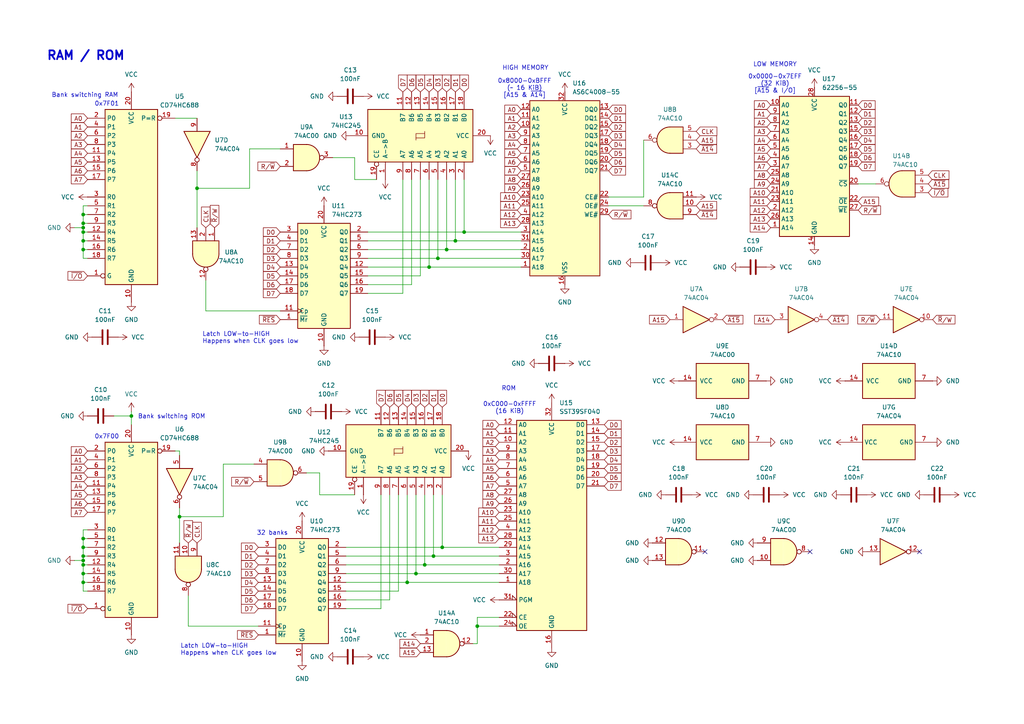
<source format=kicad_sch>
(kicad_sch (version 20250114) (generator "eeschema") (generator_version "9.0")
  (paper "A4")
  (title_block (title "ByteCradle 6502 - RAM/ROM") (date "2025-01-25") (rev "1"))
  (lib_symbols
    (symbol "74xx:74AHC273"
      (property "Reference" "U" (at -7.62 16.51 0))
      (property "Value" "74AHC273" (at -7.62 -16.51 0))
      (symbol "74AHC273_1_0"
        (pin input line (at -12.7 12.7 0) (length 5.08) (name "D0") (number "3"))
        (pin input line (at -12.7 10.16 0) (length 5.08) (name "D1") (number "4"))
        (pin input line (at -12.7 7.62 0) (length 5.08) (name "D2") (number "7"))
        (pin input line (at -12.7 5.08 0) (length 5.08) (name "D3") (number "8"))
        (pin input line (at -12.7 2.54 0) (length 5.08) (name "D4") (number "13"))
        (pin input line (at -12.7 0 0) (length 5.08) (name "D5") (number "14"))
        (pin input line (at -12.7 -2.54 0) (length 5.08) (name "D6") (number "17"))
        (pin input line (at -12.7 -5.08 0) (length 5.08) (name "D7") (number "18"))
        (pin input clock (at -12.7 -10.16 0) (length 5.08) (name "Cp") (number "11"))
        (pin input line (at -12.7 -12.7 0) (length 5.08) (name "~{Mr}") (number "1"))
        (pin power_in line (at 0 20.32 270) (length 5.08) (name "VCC") (number "20"))
        (pin power_in line (at 0 -20.32 90) (length 5.08) (name "GND") (number "10"))
        (pin output line (at 12.7 12.7 180) (length 5.08) (name "Q0") (number "2"))
        (pin output line (at 12.7 10.16 180) (length 5.08) (name "Q1") (number "5"))
        (pin output line (at 12.7 7.62 180) (length 5.08) (name "Q2") (number "6"))
        (pin output line (at 12.7 5.08 180) (length 5.08) (name "Q3") (number "9"))
        (pin output line (at 12.7 2.54 180) (length 5.08) (name "Q4") (number "12"))
        (pin output line (at 12.7 0 180) (length 5.08) (name "Q5") (number "15"))
        (pin output line (at 12.7 -2.54 180) (length 5.08) (name "Q6") (number "16"))
        (pin output line (at 12.7 -5.08 180) (length 5.08) (name "Q7") (number "19"))
      )
    )
    (symbol "74xx:74HC00" (pin_names (offset 1.016))
      (property "Reference" "U" (at 0 1.27 0))
      (property "Value" "74HC00" (at 0 -1.27 0))
      (symbol "74HC00_1_1"
        (pin input line (at -7.62 2.54 0) (length 3.81) (name "~") (number "1"))
        (pin input line (at -7.62 -2.54 0) (length 3.81) (name "~") (number "2"))
        (pin output inverted (at 7.62 0 180) (length 3.81) (name "~") (number "3"))
      )
      (symbol "74HC00_1_2"
        (pin input inverted (at -7.62 2.54 0) (length 4.318) (name "~") (number "1"))
        (pin input inverted (at -7.62 -2.54 0) (length 4.318) (name "~") (number "2"))
        (pin output line (at 7.62 0 180) (length 3.81) (name "~") (number "3"))
      )
      (symbol "74HC00_2_1"
        (pin input line (at -7.62 2.54 0) (length 3.81) (name "~") (number "4"))
        (pin input line (at -7.62 -2.54 0) (length 3.81) (name "~") (number "5"))
        (pin output inverted (at 7.62 0 180) (length 3.81) (name "~") (number "6"))
      )
      (symbol "74HC00_2_2"
        (pin input inverted (at -7.62 2.54 0) (length 4.318) (name "~") (number "4"))
        (pin input inverted (at -7.62 -2.54 0) (length 4.318) (name "~") (number "5"))
        (pin output line (at 7.62 0 180) (length 3.81) (name "~") (number "6"))
      )
      (symbol "74HC00_3_1"
        (pin input line (at -7.62 2.54 0) (length 3.81) (name "~") (number "9"))
        (pin input line (at -7.62 -2.54 0) (length 3.81) (name "~") (number "10"))
        (pin output inverted (at 7.62 0 180) (length 3.81) (name "~") (number "8"))
      )
      (symbol "74HC00_3_2"
        (pin input inverted (at -7.62 2.54 0) (length 4.318) (name "~") (number "9"))
        (pin input inverted (at -7.62 -2.54 0) (length 4.318) (name "~") (number "10"))
        (pin output line (at 7.62 0 180) (length 3.81) (name "~") (number "8"))
      )
      (symbol "74HC00_4_1"
        (pin input line (at -7.62 2.54 0) (length 3.81) (name "~") (number "12"))
        (pin input line (at -7.62 -2.54 0) (length 3.81) (name "~") (number "13"))
        (pin output inverted (at 7.62 0 180) (length 3.81) (name "~") (number "11"))
      )
      (symbol "74HC00_4_2"
        (pin input inverted (at -7.62 2.54 0) (length 4.318) (name "~") (number "12"))
        (pin input inverted (at -7.62 -2.54 0) (length 4.318) (name "~") (number "13"))
        (pin output line (at 7.62 0 180) (length 3.81) (name "~") (number "11"))
      )
      (symbol "74HC00_5_0"
        (pin power_in line (at 0 12.7 270) (length 5.08) (name "VCC") (number "14"))
        (pin power_in line (at 0 -12.7 90) (length 5.08) (name "GND") (number "7"))
      )
    )
    (symbol "74xx:74HC04"
      (property "Reference" "U" (at 0 1.27 0))
      (property "Value" "74HC04" (at 0 -1.27 0))
      (symbol "74HC04_1_0"
        (pin input line (at -7.62 0 0) (length 3.81) (name "~") (number "1"))
        (pin output inverted (at 7.62 0 180) (length 3.81) (name "~") (number "2"))
      )
      (symbol "74HC04_2_0"
        (pin input line (at -7.62 0 0) (length 3.81) (name "~") (number "3"))
        (pin output inverted (at 7.62 0 180) (length 3.81) (name "~") (number "4"))
      )
      (symbol "74HC04_3_0"
        (pin input line (at -7.62 0 0) (length 3.81) (name "~") (number "5"))
        (pin output inverted (at 7.62 0 180) (length 3.81) (name "~") (number "6"))
      )
      (symbol "74HC04_4_0"
        (pin input line (at -7.62 0 0) (length 3.81) (name "~") (number "9"))
        (pin output inverted (at 7.62 0 180) (length 3.81) (name "~") (number "8"))
      )
      (symbol "74HC04_5_0"
        (pin input line (at -7.62 0 0) (length 3.81) (name "~") (number "11"))
        (pin output inverted (at 7.62 0 180) (length 3.81) (name "~") (number "10"))
      )
      (symbol "74HC04_6_0"
        (pin input line (at -7.62 0 0) (length 3.81) (name "~") (number "13"))
        (pin output inverted (at 7.62 0 180) (length 3.81) (name "~") (number "12"))
      )
      (symbol "74HC04_7_0"
        (pin power_in line (at 0 12.7 270) (length 5.08) (name "VCC") (number "14"))
        (pin power_in line (at 0 -12.7 90) (length 5.08) (name "GND") (number "7"))
      )
    )
    (symbol "74xx:74HC245" (pin_names (offset 1.016))
      (property "Reference" "U" (at -7.62 16.51 0))
      (property "Value" "74HC245" (at -7.62 -16.51 0))
      (symbol "74HC245_1_0"
        (pin tri_state line (at -12.7 12.7 0) (length 5.08) (name "A0") (number "2"))
        (pin tri_state line (at -12.7 10.16 0) (length 5.08) (name "A1") (number "3"))
        (pin tri_state line (at -12.7 7.62 0) (length 5.08) (name "A2") (number "4"))
        (pin tri_state line (at -12.7 5.08 0) (length 5.08) (name "A3") (number "5"))
        (pin tri_state line (at -12.7 2.54 0) (length 5.08) (name "A4") (number "6"))
        (pin tri_state line (at -12.7 0 0) (length 5.08) (name "A5") (number "7"))
        (pin tri_state line (at -12.7 -2.54 0) (length 5.08) (name "A6") (number "8"))
        (pin tri_state line (at -12.7 -5.08 0) (length 5.08) (name "A7") (number "9"))
        (pin input line (at -12.7 -10.16 0) (length 5.08) (name "A->B") (number "1"))
        (pin input inverted (at -12.7 -12.7 0) (length 5.08) (name "CE") (number "19"))
        (pin power_in line (at 0 20.32 270) (length 5.08) (name "VCC") (number "20"))
        (pin power_in line (at 0 -20.32 90) (length 5.08) (name "GND") (number "10"))
        (pin tri_state line (at 12.7 12.7 180) (length 5.08) (name "B0") (number "18"))
        (pin tri_state line (at 12.7 10.16 180) (length 5.08) (name "B1") (number "17"))
        (pin tri_state line (at 12.7 7.62 180) (length 5.08) (name "B2") (number "16"))
        (pin tri_state line (at 12.7 5.08 180) (length 5.08) (name "B3") (number "15"))
        (pin tri_state line (at 12.7 2.54 180) (length 5.08) (name "B4") (number "14"))
        (pin tri_state line (at 12.7 0 180) (length 5.08) (name "B5") (number "13"))
        (pin tri_state line (at 12.7 -2.54 180) (length 5.08) (name "B6") (number "12"))
        (pin tri_state line (at 12.7 -5.08 180) (length 5.08) (name "B7") (number "11"))
      )
    )
    (symbol "74xx:74HC688"
      (property "Reference" "U" (at -7.62 26.67 0))
      (property "Value" "74HC688" (at -7.62 -26.67 0))
      (symbol "74HC688_1_0"
        (pin input line (at -12.7 22.86 0) (length 5.08) (name "P0") (number "2"))
        (pin input line (at -12.7 20.32 0) (length 5.08) (name "P1") (number "4"))
        (pin input line (at -12.7 17.78 0) (length 5.08) (name "P2") (number "6"))
        (pin input line (at -12.7 15.24 0) (length 5.08) (name "P3") (number "8"))
        (pin input line (at -12.7 12.7 0) (length 5.08) (name "P4") (number "11"))
        (pin input line (at -12.7 10.16 0) (length 5.08) (name "P5") (number "13"))
        (pin input line (at -12.7 7.62 0) (length 5.08) (name "P6") (number "15"))
        (pin input line (at -12.7 5.08 0) (length 5.08) (name "P7") (number "17"))
        (pin input line (at -12.7 0 0) (length 5.08) (name "R0") (number "3"))
        (pin input line (at -12.7 -2.54 0) (length 5.08) (name "R1") (number "5"))
        (pin input line (at -12.7 -5.08 0) (length 5.08) (name "R2") (number "7"))
        (pin input line (at -12.7 -7.62 0) (length 5.08) (name "R3") (number "9"))
        (pin input line (at -12.7 -10.16 0) (length 5.08) (name "R4") (number "12"))
        (pin input line (at -12.7 -12.7 0) (length 5.08) (name "R5") (number "14"))
        (pin input line (at -12.7 -15.24 0) (length 5.08) (name "R6") (number "16"))
        (pin input line (at -12.7 -17.78 0) (length 5.08) (name "R7") (number "18"))
        (pin input inverted (at -12.7 -22.86 0) (length 5.08) (name "G") (number "1"))
        (pin power_in line (at 0 30.48 270) (length 5.08) (name "VCC") (number "20"))
        (pin power_in line (at 0 -30.48 90) (length 5.08) (name "GND") (number "10"))
        (pin output inverted (at 12.7 22.86 180) (length 5.08) (name "P=R") (number "19"))
      )
    )
    (symbol "74xx:74LS10" (pin_names (offset 1.016))
      (property "Reference" "U" (at 0 1.27 0))
      (property "Value" "74LS10" (at 0 -1.27 0))
      (symbol "74LS10_1_1"
        (pin input line (at -7.62 2.54 0) (length 3.81) (name "~") (number "1"))
        (pin input line (at -7.62 0 0) (length 3.81) (name "~") (number "2"))
        (pin input line (at -7.62 -2.54 0) (length 3.81) (name "~") (number "13"))
        (pin output inverted (at 7.62 0 180) (length 3.81) (name "~") (number "12"))
      )
      (symbol "74LS10_1_2"
        (pin input inverted (at -7.62 2.54 0) (length 4.318) (name "~") (number "1"))
        (pin input inverted (at -7.62 0 0) (length 4.953) (name "~") (number "2"))
        (pin input inverted (at -7.62 -2.54 0) (length 4.318) (name "~") (number "13"))
        (pin output line (at 7.62 0 180) (length 3.81) (name "~") (number "12"))
      )
      (symbol "74LS10_2_1"
        (pin input line (at -7.62 2.54 0) (length 3.81) (name "~") (number "3"))
        (pin input line (at -7.62 0 0) (length 3.81) (name "~") (number "4"))
        (pin input line (at -7.62 -2.54 0) (length 3.81) (name "~") (number "5"))
        (pin output inverted (at 7.62 0 180) (length 3.81) (name "~") (number "6"))
      )
      (symbol "74LS10_2_2"
        (pin input inverted (at -7.62 2.54 0) (length 4.318) (name "~") (number "3"))
        (pin input inverted (at -7.62 0 0) (length 4.953) (name "~") (number "4"))
        (pin input inverted (at -7.62 -2.54 0) (length 4.318) (name "~") (number "5"))
        (pin output line (at 7.62 0 180) (length 3.81) (name "~") (number "6"))
      )
      (symbol "74LS10_3_1"
        (pin input line (at -7.62 2.54 0) (length 3.81) (name "~") (number "9"))
        (pin input line (at -7.62 0 0) (length 3.81) (name "~") (number "10"))
        (pin input line (at -7.62 -2.54 0) (length 3.81) (name "~") (number "11"))
        (pin output inverted (at 7.62 0 180) (length 3.81) (name "~") (number "8"))
      )
      (symbol "74LS10_3_2"
        (pin input inverted (at -7.62 2.54 0) (length 4.318) (name "~") (number "9"))
        (pin input inverted (at -7.62 0 0) (length 4.953) (name "~") (number "10"))
        (pin input inverted (at -7.62 -2.54 0) (length 4.318) (name "~") (number "11"))
        (pin output line (at 7.62 0 180) (length 3.81) (name "~") (number "8"))
      )
      (symbol "74LS10_4_0"
        (pin power_in line (at 0 12.7 270) (length 5.08) (name "VCC") (number "14"))
        (pin power_in line (at 0 -12.7 90) (length 5.08) (name "GND") (number "7"))
      )
    )
    (symbol "Device:C" (pin_numbers (hide yes)) (pin_names (offset 0.254))
      (property "Reference" "C" (at 0.635 2.54 0))
      (property "Value" "C" (at 0.635 -2.54 0))
      (symbol "C_1_1"
        (pin passive line (at 0 3.81 270) (length 2.794) (name "~") (number "1"))
        (pin passive line (at 0 -3.81 90) (length 2.794) (name "~") (number "2"))
      )
    )
    (symbol "Memory_Flash:SST39SF040"
      (property "Reference" "U" (at 2.54 33.02 0))
      (property "Value" "SST39SF040" (at 0 -30.48 0))
      (symbol "SST39SF040_0_0"
        (pin power_in line (at 0 36.83 270) (length 5.08) (name "VCC") (number "32"))
        (pin power_in line (at 0 -34.29 90) (length 5.08) (name "GND") (number "16"))
      )
      (symbol "SST39SF040_1_1"
        (pin input line (at -15.24 30.48 0) (length 5.08) (name "A0") (number "12"))
        (pin input line (at -15.24 27.94 0) (length 5.08) (name "A1") (number "11"))
        (pin input line (at -15.24 25.4 0) (length 5.08) (name "A2") (number "10"))
        (pin input line (at -15.24 22.86 0) (length 5.08) (name "A3") (number "9"))
        (pin input line (at -15.24 20.32 0) (length 5.08) (name "A4") (number "8"))
        (pin input line (at -15.24 17.78 0) (length 5.08) (name "A5") (number "7"))
        (pin input line (at -15.24 15.24 0) (length 5.08) (name "A6") (number "6"))
        (pin input line (at -15.24 12.7 0) (length 5.08) (name "A7") (number "5"))
        (pin input line (at -15.24 10.16 0) (length 5.08) (name "A8") (number "27"))
        (pin input line (at -15.24 7.62 0) (length 5.08) (name "A9") (number "26"))
        (pin input line (at -15.24 5.08 0) (length 5.08) (name "A10") (number "23"))
        (pin input line (at -15.24 2.54 0) (length 5.08) (name "A11") (number "25"))
        (pin input line (at -15.24 0 0) (length 5.08) (name "A12") (number "4"))
        (pin input line (at -15.24 -2.54 0) (length 5.08) (name "A13") (number "28"))
        (pin input line (at -15.24 -5.08 0) (length 5.08) (name "A14") (number "29"))
        (pin input line (at -15.24 -7.62 0) (length 5.08) (name "A15") (number "3"))
        (pin input line (at -15.24 -10.16 0) (length 5.08) (name "A16") (number "2"))
        (pin input line (at -15.24 -12.7 0) (length 5.08) (name "A17") (number "30"))
        (pin input line (at -15.24 -15.24 0) (length 5.08) (name "A18") (number "1"))
        (pin input input_low (at -15.24 -20.32 0) (length 5.08) (name "PGM") (number "31"))
        (pin input input_low (at -15.24 -25.4 0) (length 5.08) (name "CE") (number "22"))
        (pin input input_low (at -15.24 -27.94 0) (length 5.08) (name "OE") (number "24"))
        (pin tri_state line (at 15.24 30.48 180) (length 5.08) (name "D0") (number "13"))
        (pin tri_state line (at 15.24 27.94 180) (length 5.08) (name "D1") (number "14"))
        (pin tri_state line (at 15.24 25.4 180) (length 5.08) (name "D2") (number "15"))
        (pin tri_state line (at 15.24 22.86 180) (length 5.08) (name "D3") (number "17"))
        (pin tri_state line (at 15.24 20.32 180) (length 5.08) (name "D4") (number "18"))
        (pin tri_state line (at 15.24 17.78 180) (length 5.08) (name "D5") (number "19"))
        (pin tri_state line (at 15.24 15.24 180) (length 5.08) (name "D6") (number "20"))
        (pin tri_state line (at 15.24 12.7 180) (length 5.08) (name "D7") (number "21"))
      )
    )
    (symbol "Memory_RAM:AS6C4008-55PCN"
      (property "Reference" "U" (at -10.16 26.035 0))
      (property "Value" "AS6C4008-55PCN" (at 2.54 26.035 0))
      (symbol "AS6C4008-55PCN_0_0"
        (pin power_in line (at 0 27.94 270) (length 2.54) (name "VCC") (number "32"))
        (pin power_in line (at 0 -27.94 90) (length 2.54) (name "VSS") (number "16"))
      )
      (symbol "AS6C4008-55PCN_1_1"
        (pin input line (at -12.7 22.86 0) (length 2.54) (name "A0") (number "12"))
        (pin input line (at -12.7 20.32 0) (length 2.54) (name "A1") (number "11"))
        (pin input line (at -12.7 17.78 0) (length 2.54) (name "A2") (number "10"))
        (pin input line (at -12.7 15.24 0) (length 2.54) (name "A3") (number "9"))
        (pin input line (at -12.7 12.7 0) (length 2.54) (name "A4") (number "8"))
        (pin input line (at -12.7 10.16 0) (length 2.54) (name "A5") (number "7"))
        (pin input line (at -12.7 7.62 0) (length 2.54) (name "A6") (number "6"))
        (pin input line (at -12.7 5.08 0) (length 2.54) (name "A7") (number "5"))
        (pin input line (at -12.7 2.54 0) (length 2.54) (name "A8") (number "27"))
        (pin input line (at -12.7 0 0) (length 2.54) (name "A9") (number "26"))
        (pin input line (at -12.7 -2.54 0) (length 2.54) (name "A10") (number "23"))
        (pin input line (at -12.7 -5.08 0) (length 2.54) (name "A11") (number "25"))
        (pin input line (at -12.7 -7.62 0) (length 2.54) (name "A12") (number "4"))
        (pin input line (at -12.7 -10.16 0) (length 2.54) (name "A13") (number "28"))
        (pin input line (at -12.7 -12.7 0) (length 2.54) (name "A14") (number "3"))
        (pin input line (at -12.7 -15.24 0) (length 2.54) (name "A15") (number "31"))
        (pin input line (at -12.7 -17.78 0) (length 2.54) (name "A16") (number "2"))
        (pin input line (at -12.7 -20.32 0) (length 2.54) (name "A17") (number "30"))
        (pin input line (at -12.7 -22.86 0) (length 2.54) (name "A18") (number "1"))
        (pin tri_state line (at 12.7 22.86 180) (length 2.54) (name "DQ0") (number "13"))
        (pin tri_state line (at 12.7 20.32 180) (length 2.54) (name "DQ1") (number "14"))
        (pin tri_state line (at 12.7 17.78 180) (length 2.54) (name "DQ2") (number "15"))
        (pin tri_state line (at 12.7 15.24 180) (length 2.54) (name "DQ3") (number "17"))
        (pin tri_state line (at 12.7 12.7 180) (length 2.54) (name "DQ4") (number "18"))
        (pin tri_state line (at 12.7 10.16 180) (length 2.54) (name "DQ5") (number "19"))
        (pin tri_state line (at 12.7 7.62 180) (length 2.54) (name "DQ6") (number "20"))
        (pin tri_state line (at 12.7 5.08 180) (length 2.54) (name "DQ7") (number "21"))
        (pin input line (at 12.7 -2.54 180) (length 2.54) (name "CE#") (number "22"))
        (pin input line (at 12.7 -5.08 180) (length 2.54) (name "OE#") (number "24"))
        (pin input line (at 12.7 -7.62 180) (length 2.54) (name "WE#") (number "29"))
      )
    )
    (symbol "Memory_RAM:CY62256-70PC"
      (property "Reference" "U" (at -10.16 20.955 0))
      (property "Value" "CY62256-70PC" (at 2.54 20.955 0))
      (symbol "CY62256-70PC_0_0"
        (pin power_in line (at 0 22.86 270) (length 2.54) (name "VCC") (number "28"))
        (pin power_in line (at 0 -22.86 90) (length 2.54) (name "GND") (number "14"))
      )
      (symbol "CY62256-70PC_1_1"
        (pin input line (at -12.7 17.78 0) (length 2.54) (name "A0") (number "10"))
        (pin input line (at -12.7 15.24 0) (length 2.54) (name "A1") (number "9"))
        (pin input line (at -12.7 12.7 0) (length 2.54) (name "A2") (number "8"))
        (pin input line (at -12.7 10.16 0) (length 2.54) (name "A3") (number "7"))
        (pin input line (at -12.7 7.62 0) (length 2.54) (name "A4") (number "6"))
        (pin input line (at -12.7 5.08 0) (length 2.54) (name "A5") (number "5"))
        (pin input line (at -12.7 2.54 0) (length 2.54) (name "A6") (number "4"))
        (pin input line (at -12.7 0 0) (length 2.54) (name "A7") (number "3"))
        (pin input line (at -12.7 -2.54 0) (length 2.54) (name "A8") (number "25"))
        (pin input line (at -12.7 -5.08 0) (length 2.54) (name "A9") (number "24"))
        (pin input line (at -12.7 -7.62 0) (length 2.54) (name "A10") (number "21"))
        (pin input line (at -12.7 -10.16 0) (length 2.54) (name "A11") (number "23"))
        (pin input line (at -12.7 -12.7 0) (length 2.54) (name "A12") (number "2"))
        (pin input line (at -12.7 -15.24 0) (length 2.54) (name "A13") (number "26"))
        (pin input line (at -12.7 -17.78 0) (length 2.54) (name "A14") (number "1"))
        (pin tri_state line (at 12.7 17.78 180) (length 2.54) (name "Q0") (number "11"))
        (pin tri_state line (at 12.7 15.24 180) (length 2.54) (name "Q1") (number "12"))
        (pin tri_state line (at 12.7 12.7 180) (length 2.54) (name "Q2") (number "13"))
        (pin tri_state line (at 12.7 10.16 180) (length 2.54) (name "Q3") (number "15"))
        (pin tri_state line (at 12.7 7.62 180) (length 2.54) (name "Q4") (number "16"))
        (pin tri_state line (at 12.7 5.08 180) (length 2.54) (name "Q5") (number "17"))
        (pin tri_state line (at 12.7 2.54 180) (length 2.54) (name "Q6") (number "18"))
        (pin tri_state line (at 12.7 0 180) (length 2.54) (name "Q7") (number "19"))
        (pin input line (at 12.7 -5.08 180) (length 2.54) (name "~{CS}") (number "20"))
        (pin input line (at 12.7 -10.16 180) (length 2.54) (name "~{OE}") (number "22"))
        (pin input line (at 12.7 -12.7 180) (length 2.54) (name "~{WE}") (number "27"))
      )
    )
    (symbol "power:GND" (power) (pin_numbers (hide yes)) (pin_names (offset 0) (hide yes))
      (property "Value" "GND" (at 0 -3.81 0))
      (symbol "GND_1_1"
        (pin power_in line (at 0 0 270) (length 0) (name "~") (number "1"))
      )
    )
    (symbol "power:VCC" (power) (pin_numbers (hide yes)) (pin_names (offset 0) (hide yes))
      (property "Value" "VCC" (at 0 3.556 0))
      (symbol "VCC_1_1"
        (pin power_in line (at 0 0 90) (length 0) (name "~") (number "1"))
      )
    )
  )
  (text "0x8000-0xBFFF\n(~ 16 KiB)\n[A15 & ~{A14}]" (at 152.146 25.654 0) (effects (font (size 1.27 1.27))))
  (text "0x7F00" (at 30.988 126.746 0) (effects (font (size 1.27 1.27))))
  (text "0x7F01" (at 30.988 30.226 0) (effects (font (size 1.27 1.27))))
  (text "Bank switching ROM" (at 49.784 120.904 0) (effects (font (size 1.27 1.27))))
  (text "LOW MEMORY" (at 224.79 18.796 0) (effects (font (size 1.27 1.27))))
  (text "32 banks" (at 78.994 154.686 0) (effects (font (size 1.27 1.27))))
  (text "Latch LOW-to-HIGH\nHappens when CLK goes low" (at 52.324 188.468 0) (effects (font (size 1.27 1.27)) (justify left)))
  (text "ROM" (at 147.574 112.776 0) (effects (font (size 1.27 1.27))))
  (text "RAM / ROM" (at 24.892 16.256 0) (effects (font (size 2.54 2.54) (thickness 0.508) (bold yes))))
  (text "Latch LOW-to-HIGH\nHappens when CLK goes low" (at 58.674 98.044 0) (effects (font (size 1.27 1.27)) (justify left)))
  (text "0x0000-0x7EFF\n(32 KiB)\n[~{A15} & I/O]" (at 224.79 24.384 0) (effects (font (size 1.27 1.27))))
  (text "0xC000-0xFFFF\n(16 KiB)" (at 147.828 118.364 0) (effects (font (size 1.27 1.27))))
  (text "Bank switching RAM" (at 24.638 27.686 0) (effects (font (size 1.27 1.27))))
  (text "HIGH MEMORY" (at 152.4 19.812 0) (effects (font (size 1.27 1.27))))
  (junction (at 24.13 64.77))
  (junction (at 24.13 69.85))
  (junction (at 24.13 161.29))
  (junction (at 132.08 69.85))
  (junction (at 134.62 67.31))
  (junction (at 24.13 163.83))
  (junction (at 57.15 54.61))
  (junction (at 24.13 67.31))
  (junction (at 52.07 149.86))
  (junction (at 128.27 158.75))
  (junction (at 129.54 72.39))
  (junction (at 127 74.93))
  (junction (at 24.13 162.56))
  (junction (at 124.46 77.47))
  (junction (at 118.11 168.91))
  (junction (at 24.13 66.04))
  (junction (at 24.13 166.37))
  (junction (at 24.13 158.75))
  (junction (at 120.65 166.37))
  (junction (at 24.13 62.23))
  (junction (at 138.43 181.61))
  (junction (at 38.1 120.65))
  (junction (at 24.13 168.91))
  (junction (at 24.13 156.21))
  (junction (at 24.13 72.39))
  (junction (at 125.73 161.29))
  (junction (at 123.19 163.83))
  (no_connect (at 204.47 160.02))
  (no_connect (at 234.95 160.02))
  (no_connect (at 266.7 160.02))
  (wire (pts (xy 64.77 134.62) (xy 73.66 134.62)))
  (wire (pts (xy 123.19 163.83) (xy 144.78 163.83)))
  (wire (pts (xy 176.53 59.69) (xy 186.69 59.69)))
  (wire (pts (xy 59.69 81.28) (xy 59.69 90.17)))
  (wire (pts (xy 110.49 143.51) (xy 110.49 176.53)))
  (wire (pts (xy 125.73 161.29) (xy 144.78 161.29)))
  (wire (pts (xy 33.02 120.65) (xy 38.1 120.65)))
  (wire (pts (xy 54.61 181.61) (xy 74.93 181.61)))
  (wire (pts (xy 137.16 186.69) (xy 138.43 186.69)))
  (wire (pts (xy 127 52.07) (xy 127 74.93)))
  (wire (pts (xy 129.54 52.07) (xy 129.54 72.39)))
  (wire (pts (xy 64.77 149.86) (xy 64.77 134.62)))
  (wire (pts (xy 100.33 173.99) (xy 113.03 173.99)))
  (wire (pts (xy 106.68 69.85) (xy 132.08 69.85)))
  (wire (pts (xy 106.68 72.39) (xy 129.54 72.39)))
  (wire (pts (xy 186.69 57.15) (xy 176.53 57.15)))
  (wire (pts (xy 254 53.34) (xy 248.92 53.34)))
  (wire (pts (xy 106.68 77.47) (xy 124.46 77.47)))
  (wire (pts (xy 24.13 158.75) (xy 24.13 156.21)))
  (wire (pts (xy 186.69 40.64) (xy 186.69 57.15)))
  (wire (pts (xy 50.8 34.29) (xy 57.15 34.29)))
  (wire (pts (xy 100.33 158.75) (xy 128.27 158.75)))
  (wire (pts (xy 52.07 130.81) (xy 52.07 132.08)))
  (wire (pts (xy 100.33 176.53) (xy 110.49 176.53)))
  (wire (pts (xy 128.27 143.51) (xy 128.27 158.75)))
  (wire (pts (xy 134.62 52.07) (xy 134.62 67.31)))
  (wire (pts (xy 24.13 163.83) (xy 24.13 166.37)))
  (wire (pts (xy 24.13 168.91) (xy 25.4 168.91)))
  (wire (pts (xy 138.43 179.07) (xy 144.78 179.07)))
  (wire (pts (xy 129.54 72.39) (xy 151.13 72.39)))
  (wire (pts (xy 100.33 166.37) (xy 120.65 166.37)))
  (wire (pts (xy 24.13 62.23) (xy 25.4 62.23)))
  (wire (pts (xy 106.68 82.55) (xy 119.38 82.55)))
  (wire (pts (xy 138.43 181.61) (xy 144.78 181.61)))
  (wire (pts (xy 59.69 90.17) (xy 81.28 90.17)))
  (wire (pts (xy 24.13 166.37) (xy 25.4 166.37)))
  (wire (pts (xy 116.84 52.07) (xy 116.84 85.09)))
  (wire (pts (xy 121.92 52.07) (xy 121.92 80.01)))
  (wire (pts (xy 24.13 163.83) (xy 25.4 163.83)))
  (wire (pts (xy 118.11 168.91) (xy 144.78 168.91)))
  (wire (pts (xy 138.43 181.61) (xy 138.43 179.07)))
  (wire (pts (xy 24.13 69.85) (xy 25.4 69.85)))
  (wire (pts (xy 102.87 52.07) (xy 109.22 52.07)))
  (wire (pts (xy 128.27 158.75) (xy 144.78 158.75)))
  (wire (pts (xy 24.13 162.56) (xy 24.13 163.83)))
  (wire (pts (xy 24.13 158.75) (xy 25.4 158.75)))
  (wire (pts (xy 24.13 72.39) (xy 24.13 74.93)))
  (wire (pts (xy 106.68 80.01) (xy 121.92 80.01)))
  (wire (pts (xy 113.03 143.51) (xy 113.03 173.99)))
  (wire (pts (xy 106.68 74.93) (xy 127 74.93)))
  (wire (pts (xy 24.13 162.56) (xy 24.13 161.29)))
  (wire (pts (xy 88.9 137.16) (xy 92.71 137.16)))
  (wire (pts (xy 24.13 166.37) (xy 24.13 168.91)))
  (wire (pts (xy 24.13 62.23) (xy 24.13 59.69)))
  (wire (pts (xy 138.43 186.69) (xy 138.43 181.61)))
  (wire (pts (xy 24.13 67.31) (xy 25.4 67.31)))
  (wire (pts (xy 24.13 64.77) (xy 24.13 62.23)))
  (wire (pts (xy 118.11 143.51) (xy 118.11 168.91)))
  (wire (pts (xy 57.15 49.53) (xy 57.15 54.61)))
  (wire (pts (xy 100.33 168.91) (xy 118.11 168.91)))
  (wire (pts (xy 92.71 137.16) (xy 92.71 143.51)))
  (wire (pts (xy 21.59 162.56) (xy 24.13 162.56)))
  (wire (pts (xy 52.07 149.86) (xy 64.77 149.86)))
  (wire (pts (xy 38.1 119.38) (xy 38.1 120.65)))
  (wire (pts (xy 24.13 64.77) (xy 25.4 64.77)))
  (wire (pts (xy 24.13 67.31) (xy 24.13 69.85)))
  (wire (pts (xy 127 74.93) (xy 151.13 74.93)))
  (wire (pts (xy 24.13 168.91) (xy 24.13 171.45)))
  (wire (pts (xy 102.87 45.72) (xy 102.87 52.07)))
  (wire (pts (xy 100.33 161.29) (xy 125.73 161.29)))
  (wire (pts (xy 24.13 161.29) (xy 25.4 161.29)))
  (wire (pts (xy 24.13 66.04) (xy 24.13 64.77)))
  (wire (pts (xy 38.1 120.65) (xy 38.1 123.19)))
  (wire (pts (xy 100.33 163.83) (xy 123.19 163.83)))
  (wire (pts (xy 125.73 143.51) (xy 125.73 161.29)))
  (wire (pts (xy 24.13 161.29) (xy 24.13 158.75)))
  (wire (pts (xy 72.39 54.61) (xy 57.15 54.61)))
  (wire (pts (xy 124.46 77.47) (xy 151.13 77.47)))
  (wire (pts (xy 120.65 166.37) (xy 144.78 166.37)))
  (wire (pts (xy 72.39 43.18) (xy 72.39 54.61)))
  (wire (pts (xy 124.46 52.07) (xy 124.46 77.47)))
  (wire (pts (xy 106.68 67.31) (xy 134.62 67.31)))
  (wire (pts (xy 52.07 149.86) (xy 52.07 157.48)))
  (wire (pts (xy 123.19 143.51) (xy 123.19 163.83)))
  (wire (pts (xy 120.65 143.51) (xy 120.65 166.37)))
  (wire (pts (xy 52.07 147.32) (xy 52.07 149.86)))
  (polyline (pts (xy 578.612 187.706) (xy 578.612 13.208)))
  (wire (pts (xy 92.71 143.51) (xy 102.87 143.51)))
  (wire (pts (xy 21.59 66.04) (xy 24.13 66.04)))
  (wire (pts (xy 96.52 45.72) (xy 102.87 45.72)))
  (wire (pts (xy 132.08 52.07) (xy 132.08 69.85)))
  (wire (pts (xy 24.13 59.69) (xy 25.4 59.69)))
  (wire (pts (xy 81.28 43.18) (xy 72.39 43.18)))
  (wire (pts (xy 119.38 52.07) (xy 119.38 82.55)))
  (wire (pts (xy 24.13 156.21) (xy 25.4 156.21)))
  (wire (pts (xy 115.57 143.51) (xy 115.57 171.45)))
  (wire (pts (xy 24.13 171.45) (xy 25.4 171.45)))
  (wire (pts (xy 54.61 172.72) (xy 54.61 181.61)))
  (wire (pts (xy 24.13 156.21) (xy 24.13 153.67)))
  (wire (pts (xy 24.13 72.39) (xy 25.4 72.39)))
  (wire (pts (xy 100.33 171.45) (xy 115.57 171.45)))
  (wire (pts (xy 24.13 153.67) (xy 25.4 153.67)))
  (wire (pts (xy 57.15 54.61) (xy 57.15 66.04)))
  (wire (pts (xy 50.8 130.81) (xy 52.07 130.81)))
  (wire (pts (xy 24.13 66.04) (xy 24.13 67.31)))
  (wire (pts (xy 106.68 85.09) (xy 116.84 85.09)))
  (wire (pts (xy 132.08 69.85) (xy 151.13 69.85)))
  (wire (pts (xy 24.13 69.85) (xy 24.13 72.39)))
  (wire (pts (xy 134.62 67.31) (xy 151.13 67.31)))
  (wire (pts (xy 24.13 74.93) (xy 25.4 74.93)))
  (global_label "A6" (shape input) (at 25.4 146.05 180) (property "Intersheetrefs" "${INTERSHEET_REFS}" (effects (hide yes))))
  (global_label "A10" (shape input) (at 223.52 55.88 180) (property "Intersheetrefs" "${INTERSHEET_REFS}" (effects (hide yes))))
  (global_label "A5" (shape input) (at 151.13 44.45 180) (property "Intersheetrefs" "${INTERSHEET_REFS}" (effects (hide yes))))
  (global_label "A2" (shape input) (at 223.52 35.56 180) (property "Intersheetrefs" "${INTERSHEET_REFS}" (effects (hide yes))))
  (global_label "D5" (shape input) (at 175.26 135.89 0) (property "Intersheetrefs" "${INTERSHEET_REFS}" (effects (hide yes))))
  (global_label "~{A14}" (shape input) (at 201.93 43.18 0) (property "Intersheetrefs" "${INTERSHEET_REFS}" (effects (hide yes))))
  (global_label "R{slash}~{W}" (shape input) (at 73.66 139.7 180) (property "Intersheetrefs" "${INTERSHEET_REFS}" (effects (hide yes))))
  (global_label "A0" (shape input) (at 25.4 34.29 180) (property "Intersheetrefs" "${INTERSHEET_REFS}" (effects (hide yes))))
  (global_label "A15" (shape input) (at 194.31 92.71 180) (property "Intersheetrefs" "${INTERSHEET_REFS}" (effects (hide yes))))
  (global_label "A13" (shape input) (at 223.52 63.5 180) (property "Intersheetrefs" "${INTERSHEET_REFS}" (effects (hide yes))))
  (global_label "A1" (shape input) (at 223.52 33.02 180) (property "Intersheetrefs" "${INTERSHEET_REFS}" (effects (hide yes))))
  (global_label "D7" (shape input) (at 110.49 118.11 90) (property "Intersheetrefs" "${INTERSHEET_REFS}" (effects (hide yes))))
  (global_label "A12" (shape input) (at 223.52 60.96 180) (property "Intersheetrefs" "${INTERSHEET_REFS}" (effects (hide yes))))
  (global_label "A4" (shape input) (at 223.52 40.64 180) (property "Intersheetrefs" "${INTERSHEET_REFS}" (effects (hide yes))))
  (global_label "D3" (shape input) (at 81.28 74.93 180) (property "Intersheetrefs" "${INTERSHEET_REFS}" (effects (hide yes))))
  (global_label "A10" (shape input) (at 151.13 57.15 180) (property "Intersheetrefs" "${INTERSHEET_REFS}" (effects (hide yes))))
  (global_label "D6" (shape input) (at 81.28 82.55 180) (property "Intersheetrefs" "${INTERSHEET_REFS}" (effects (hide yes))))
  (global_label "A3" (shape input) (at 25.4 138.43 180) (property "Intersheetrefs" "${INTERSHEET_REFS}" (effects (hide yes))))
  (global_label "D3" (shape input) (at 120.65 118.11 90) (property "Intersheetrefs" "${INTERSHEET_REFS}" (effects (hide yes))))
  (global_label "D3" (shape input) (at 74.93 166.37 180) (property "Intersheetrefs" "${INTERSHEET_REFS}" (effects (hide yes))))
  (global_label "D3" (shape input) (at 175.26 130.81 0) (property "Intersheetrefs" "${INTERSHEET_REFS}" (effects (hide yes))))
  (global_label "A13" (shape input) (at 144.78 156.21 180) (property "Intersheetrefs" "${INTERSHEET_REFS}" (effects (hide yes))))
  (global_label "R{slash}~{W}" (shape input) (at 248.92 60.96 0) (property "Intersheetrefs" "${INTERSHEET_REFS}" (effects (hide yes))))
  (global_label "D4" (shape input) (at 74.93 168.91 180) (property "Intersheetrefs" "${INTERSHEET_REFS}" (effects (hide yes))))
  (global_label "~{R}{slash}W" (shape input) (at 270.51 92.71 0) (property "Intersheetrefs" "${INTERSHEET_REFS}" (effects (hide yes))))
  (global_label "D5" (shape input) (at 115.57 118.11 90) (property "Intersheetrefs" "${INTERSHEET_REFS}" (effects (hide yes))))
  (global_label "A1" (shape input) (at 25.4 133.35 180) (property "Intersheetrefs" "${INTERSHEET_REFS}" (effects (hide yes))))
  (global_label "A14" (shape input) (at 224.79 92.71 180) (property "Intersheetrefs" "${INTERSHEET_REFS}" (effects (hide yes))))
  (global_label "A2" (shape input) (at 25.4 39.37 180) (property "Intersheetrefs" "${INTERSHEET_REFS}" (effects (hide yes))))
  (global_label "A5" (shape input) (at 25.4 46.99 180) (property "Intersheetrefs" "${INTERSHEET_REFS}" (effects (hide yes))))
  (global_label "CLK" (shape input) (at 269.24 50.8 0) (property "Intersheetrefs" "${INTERSHEET_REFS}" (effects (hide yes))))
  (global_label "A7" (shape input) (at 151.13 49.53 180) (property "Intersheetrefs" "${INTERSHEET_REFS}" (effects (hide yes))))
  (global_label "A6" (shape input) (at 151.13 46.99 180) (property "Intersheetrefs" "${INTERSHEET_REFS}" (effects (hide yes))))
  (global_label "~{I{slash}O}" (shape input) (at 269.24 55.88 0) (property "Intersheetrefs" "${INTERSHEET_REFS}" (effects (hide yes))))
  (global_label "D1" (shape input) (at 176.53 34.29 0) (property "Intersheetrefs" "${INTERSHEET_REFS}" (effects (hide yes))))
  (global_label "~{A14}" (shape input) (at 240.03 92.71 0) (property "Intersheetrefs" "${INTERSHEET_REFS}" (effects (hide yes))))
  (global_label "D1" (shape input) (at 81.28 69.85 180) (property "Intersheetrefs" "${INTERSHEET_REFS}" (effects (hide yes))))
  (global_label "A6" (shape input) (at 25.4 49.53 180) (property "Intersheetrefs" "${INTERSHEET_REFS}" (effects (hide yes))))
  (global_label "~{RES}" (shape input) (at 74.93 184.15 180) (property "Intersheetrefs" "${INTERSHEET_REFS}" (effects (hide yes))))
  (global_label "A15" (shape input) (at 201.93 40.64 0) (property "Intersheetrefs" "${INTERSHEET_REFS}" (effects (hide yes))))
  (global_label "A11" (shape input) (at 151.13 59.69 180) (property "Intersheetrefs" "${INTERSHEET_REFS}" (effects (hide yes))))
  (global_label "D0" (shape input) (at 248.92 30.48 0) (property "Intersheetrefs" "${INTERSHEET_REFS}" (effects (hide yes))))
  (global_label "A14" (shape input) (at 121.92 186.69 180) (property "Intersheetrefs" "${INTERSHEET_REFS}" (effects (hide yes))))
  (global_label "A7" (shape input) (at 223.52 48.26 180) (property "Intersheetrefs" "${INTERSHEET_REFS}" (effects (hide yes))))
  (global_label "R{slash}~{W}" (shape input) (at 81.28 48.26 180) (property "Intersheetrefs" "${INTERSHEET_REFS}" (effects (hide yes))))
  (global_label "A9" (shape input) (at 144.78 146.05 180) (property "Intersheetrefs" "${INTERSHEET_REFS}" (effects (hide yes))))
  (global_label "A2" (shape input) (at 144.78 128.27 180) (property "Intersheetrefs" "${INTERSHEET_REFS}" (effects (hide yes))))
  (global_label "A8" (shape input) (at 144.78 143.51 180) (property "Intersheetrefs" "${INTERSHEET_REFS}" (effects (hide yes))))
  (global_label "D3" (shape input) (at 248.92 38.1 0) (property "Intersheetrefs" "${INTERSHEET_REFS}" (effects (hide yes))))
  (global_label "A12" (shape input) (at 144.78 153.67 180) (property "Intersheetrefs" "${INTERSHEET_REFS}" (effects (hide yes))))
  (global_label "D0" (shape input) (at 81.28 67.31 180) (property "Intersheetrefs" "${INTERSHEET_REFS}" (effects (hide yes))))
  (global_label "~{RES}" (shape input) (at 81.28 92.71 180) (property "Intersheetrefs" "${INTERSHEET_REFS}" (effects (hide yes))))
  (global_label "D7" (shape input) (at 175.26 140.97 0) (property "Intersheetrefs" "${INTERSHEET_REFS}" (effects (hide yes))))
  (global_label "D4" (shape input) (at 176.53 41.91 0) (property "Intersheetrefs" "${INTERSHEET_REFS}" (effects (hide yes))))
  (global_label "A5" (shape input) (at 223.52 43.18 180) (property "Intersheetrefs" "${INTERSHEET_REFS}" (effects (hide yes))))
  (global_label "A6" (shape input) (at 144.78 138.43 180) (property "Intersheetrefs" "${INTERSHEET_REFS}" (effects (hide yes))))
  (global_label "A1" (shape input) (at 151.13 34.29 180) (property "Intersheetrefs" "${INTERSHEET_REFS}" (effects (hide yes))))
  (global_label "A14" (shape input) (at 223.52 66.04 180) (property "Intersheetrefs" "${INTERSHEET_REFS}" (effects (hide yes))))
  (global_label "D2" (shape input) (at 129.54 26.67 90) (property "Intersheetrefs" "${INTERSHEET_REFS}" (effects (hide yes))))
  (global_label "D3" (shape input) (at 176.53 39.37 0) (property "Intersheetrefs" "${INTERSHEET_REFS}" (effects (hide yes))))
  (global_label "A3" (shape input) (at 223.52 38.1 180) (property "Intersheetrefs" "${INTERSHEET_REFS}" (effects (hide yes))))
  (global_label "D4" (shape input) (at 248.92 40.64 0) (property "Intersheetrefs" "${INTERSHEET_REFS}" (effects (hide yes))))
  (global_label "D4" (shape input) (at 81.28 77.47 180) (property "Intersheetrefs" "${INTERSHEET_REFS}" (effects (hide yes))))
  (global_label "A0" (shape input) (at 144.78 123.19 180) (property "Intersheetrefs" "${INTERSHEET_REFS}" (effects (hide yes))))
  (global_label "D6" (shape input) (at 74.93 173.99 180) (property "Intersheetrefs" "${INTERSHEET_REFS}" (effects (hide yes))))
  (global_label "D5" (shape input) (at 121.92 26.67 90) (property "Intersheetrefs" "${INTERSHEET_REFS}" (effects (hide yes))))
  (global_label "A9" (shape input) (at 223.52 53.34 180) (property "Intersheetrefs" "${INTERSHEET_REFS}" (effects (hide yes))))
  (global_label "~{R}{slash}W" (shape input) (at 62.23 66.04 90) (property "Intersheetrefs" "${INTERSHEET_REFS}" (effects (hide yes))))
  (global_label "D4" (shape input) (at 175.26 133.35 0) (property "Intersheetrefs" "${INTERSHEET_REFS}" (effects (hide yes))))
  (global_label "A13" (shape input) (at 151.13 64.77 180) (property "Intersheetrefs" "${INTERSHEET_REFS}" (effects (hide yes))))
  (global_label "D4" (shape input) (at 124.46 26.67 90) (property "Intersheetrefs" "${INTERSHEET_REFS}" (effects (hide yes))))
  (global_label "~{I{slash}O}" (shape input) (at 25.4 80.01 180) (property "Intersheetrefs" "${INTERSHEET_REFS}" (effects (hide yes))))
  (global_label "A15" (shape input) (at 121.92 189.23 180) (property "Intersheetrefs" "${INTERSHEET_REFS}" (effects (hide yes))))
  (global_label "~{I{slash}O}" (shape input) (at 25.4 176.53 180) (property "Intersheetrefs" "${INTERSHEET_REFS}" (effects (hide yes))))
  (global_label "A3" (shape input) (at 25.4 41.91 180) (property "Intersheetrefs" "${INTERSHEET_REFS}" (effects (hide yes))))
  (global_label "D7" (shape input) (at 176.53 49.53 0) (property "Intersheetrefs" "${INTERSHEET_REFS}" (effects (hide yes))))
  (global_label "D1" (shape input) (at 132.08 26.67 90) (property "Intersheetrefs" "${INTERSHEET_REFS}" (effects (hide yes))))
  (global_label "A2" (shape input) (at 151.13 36.83 180) (property "Intersheetrefs" "${INTERSHEET_REFS}" (effects (hide yes))))
  (global_label "CLK" (shape input) (at 57.15 157.48 90) (property "Intersheetrefs" "${INTERSHEET_REFS}" (effects (hide yes))))
  (global_label "D1" (shape input) (at 74.93 161.29 180) (property "Intersheetrefs" "${INTERSHEET_REFS}" (effects (hide yes))))
  (global_label "A15" (shape input) (at 248.92 58.42 0) (property "Intersheetrefs" "${INTERSHEET_REFS}" (effects (hide yes))))
  (global_label "D5" (shape input) (at 176.53 44.45 0) (property "Intersheetrefs" "${INTERSHEET_REFS}" (effects (hide yes))))
  (global_label "D7" (shape input) (at 81.28 85.09 180) (property "Intersheetrefs" "${INTERSHEET_REFS}" (effects (hide yes))))
  (global_label "A10" (shape input) (at 144.78 148.59 180) (property "Intersheetrefs" "${INTERSHEET_REFS}" (effects (hide yes))))
  (global_label "D2" (shape input) (at 123.19 118.11 90) (property "Intersheetrefs" "${INTERSHEET_REFS}" (effects (hide yes))))
  (global_label "D2" (shape input) (at 81.28 72.39 180) (property "Intersheetrefs" "${INTERSHEET_REFS}" (effects (hide yes))))
  (global_label "D2" (shape input) (at 248.92 35.56 0) (property "Intersheetrefs" "${INTERSHEET_REFS}" (effects (hide yes))))
  (global_label "D2" (shape input) (at 176.53 36.83 0) (property "Intersheetrefs" "${INTERSHEET_REFS}" (effects (hide yes))))
  (global_label "D3" (shape input) (at 127 26.67 90) (property "Intersheetrefs" "${INTERSHEET_REFS}" (effects (hide yes))))
  (global_label "D0" (shape input) (at 128.27 118.11 90) (property "Intersheetrefs" "${INTERSHEET_REFS}" (effects (hide yes))))
  (global_label "A4" (shape input) (at 144.78 133.35 180) (property "Intersheetrefs" "${INTERSHEET_REFS}" (effects (hide yes))))
  (global_label "~{A15}" (shape input) (at 209.55 92.71 0) (property "Intersheetrefs" "${INTERSHEET_REFS}" (effects (hide yes))))
  (global_label "D6" (shape input) (at 176.53 46.99 0) (property "Intersheetrefs" "${INTERSHEET_REFS}" (effects (hide yes))))
  (global_label "A1" (shape input) (at 144.78 125.73 180) (property "Intersheetrefs" "${INTERSHEET_REFS}" (effects (hide yes))))
  (global_label "A3" (shape input) (at 144.78 130.81 180) (property "Intersheetrefs" "${INTERSHEET_REFS}" (effects (hide yes))))
  (global_label "A4" (shape input) (at 151.13 41.91 180) (property "Intersheetrefs" "${INTERSHEET_REFS}" (effects (hide yes))))
  (global_label "~{R}{slash}W" (shape input) (at 54.61 157.48 90) (property "Intersheetrefs" "${INTERSHEET_REFS}" (effects (hide yes))))
  (global_label "A7" (shape input) (at 25.4 52.07 180) (property "Intersheetrefs" "${INTERSHEET_REFS}" (effects (hide yes))))
  (global_label "A5" (shape input) (at 144.78 135.89 180) (property "Intersheetrefs" "${INTERSHEET_REFS}" (effects (hide yes))))
  (global_label "A4" (shape input) (at 25.4 140.97 180) (property "Intersheetrefs" "${INTERSHEET_REFS}" (effects (hide yes))))
  (global_label "R{slash}~{W}" (shape input) (at 176.53 62.23 0) (property "Intersheetrefs" "${INTERSHEET_REFS}" (effects (hide yes))))
  (global_label "D6" (shape input) (at 248.92 45.72 0) (property "Intersheetrefs" "${INTERSHEET_REFS}" (effects (hide yes))))
  (global_label "~{A15}" (shape input) (at 269.24 53.34 0) (property "Intersheetrefs" "${INTERSHEET_REFS}" (effects (hide yes))))
  (global_label "A0" (shape input) (at 151.13 31.75 180) (property "Intersheetrefs" "${INTERSHEET_REFS}" (effects (hide yes))))
  (global_label "R{slash}~{W}" (shape input) (at 255.27 92.71 180) (property "Intersheetrefs" "${INTERSHEET_REFS}" (effects (hide yes))))
  (global_label "A2" (shape input) (at 25.4 135.89 180) (property "Intersheetrefs" "${INTERSHEET_REFS}" (effects (hide yes))))
  (global_label "D1" (shape input) (at 248.92 33.02 0) (property "Intersheetrefs" "${INTERSHEET_REFS}" (effects (hide yes))))
  (global_label "D2" (shape input) (at 175.26 128.27 0) (property "Intersheetrefs" "${INTERSHEET_REFS}" (effects (hide yes))))
  (global_label "D4" (shape input) (at 118.11 118.11 90) (property "Intersheetrefs" "${INTERSHEET_REFS}" (effects (hide yes))))
  (global_label "A7" (shape input) (at 144.78 140.97 180) (property "Intersheetrefs" "${INTERSHEET_REFS}" (effects (hide yes))))
  (global_label "A1" (shape input) (at 25.4 36.83 180) (property "Intersheetrefs" "${INTERSHEET_REFS}" (effects (hide yes))))
  (global_label "D6" (shape input) (at 119.38 26.67 90) (property "Intersheetrefs" "${INTERSHEET_REFS}" (effects (hide yes))))
  (global_label "A0" (shape input) (at 25.4 130.81 180) (property "Intersheetrefs" "${INTERSHEET_REFS}" (effects (hide yes))))
  (global_label "A11" (shape input) (at 144.78 151.13 180) (property "Intersheetrefs" "${INTERSHEET_REFS}" (effects (hide yes))))
  (global_label "A8" (shape input) (at 151.13 52.07 180) (property "Intersheetrefs" "${INTERSHEET_REFS}" (effects (hide yes))))
  (global_label "D0" (shape input) (at 175.26 123.19 0) (property "Intersheetrefs" "${INTERSHEET_REFS}" (effects (hide yes))))
  (global_label "D1" (shape input) (at 125.73 118.11 90) (property "Intersheetrefs" "${INTERSHEET_REFS}" (effects (hide yes))))
  (global_label "D1" (shape input) (at 175.26 125.73 0) (property "Intersheetrefs" "${INTERSHEET_REFS}" (effects (hide yes))))
  (global_label "D6" (shape input) (at 113.03 118.11 90) (property "Intersheetrefs" "${INTERSHEET_REFS}" (effects (hide yes))))
  (global_label "D7" (shape input) (at 248.92 48.26 0) (property "Intersheetrefs" "${INTERSHEET_REFS}" (effects (hide yes))))
  (global_label "D0" (shape input) (at 134.62 26.67 90) (property "Intersheetrefs" "${INTERSHEET_REFS}" (effects (hide yes))))
  (global_label "D6" (shape input) (at 175.26 138.43 0) (property "Intersheetrefs" "${INTERSHEET_REFS}" (effects (hide yes))))
  (global_label "D7" (shape input) (at 116.84 26.67 90) (property "Intersheetrefs" "${INTERSHEET_REFS}" (effects (hide yes))))
  (global_label "A3" (shape input) (at 151.13 39.37 180) (property "Intersheetrefs" "${INTERSHEET_REFS}" (effects (hide yes))))
  (global_label "A6" (shape input) (at 223.52 45.72 180) (property "Intersheetrefs" "${INTERSHEET_REFS}" (effects (hide yes))))
  (global_label "A8" (shape input) (at 223.52 50.8 180) (property "Intersheetrefs" "${INTERSHEET_REFS}" (effects (hide yes))))
  (global_label "CLK" (shape input) (at 59.69 66.04 90) (property "Intersheetrefs" "${INTERSHEET_REFS}" (effects (hide yes))))
  (global_label "~{A14}" (shape input) (at 201.93 62.23 0) (property "Intersheetrefs" "${INTERSHEET_REFS}" (effects (hide yes))))
  (global_label "A7" (shape input) (at 25.4 148.59 180) (property "Intersheetrefs" "${INTERSHEET_REFS}" (effects (hide yes))))
  (global_label "A9" (shape input) (at 151.13 54.61 180) (property "Intersheetrefs" "${INTERSHEET_REFS}" (effects (hide yes))))
  (global_label "A4" (shape input) (at 25.4 44.45 180) (property "Intersheetrefs" "${INTERSHEET_REFS}" (effects (hide yes))))
  (global_label "D5" (shape input) (at 81.28 80.01 180) (property "Intersheetrefs" "${INTERSHEET_REFS}" (effects (hide yes))))
  (global_label "D0" (shape input) (at 176.53 31.75 0) (property "Intersheetrefs" "${INTERSHEET_REFS}" (effects (hide yes))))
  (global_label "D7" (shape input) (at 74.93 176.53 180) (property "Intersheetrefs" "${INTERSHEET_REFS}" (effects (hide yes))))
  (global_label "D5" (shape input) (at 74.93 171.45 180) (property "Intersheetrefs" "${INTERSHEET_REFS}" (effects (hide yes))))
  (global_label "A15" (shape input) (at 201.93 59.69 0) (property "Intersheetrefs" "${INTERSHEET_REFS}" (effects (hide yes))))
  (global_label "D0" (shape input) (at 74.93 158.75 180) (property "Intersheetrefs" "${INTERSHEET_REFS}" (effects (hide yes))))
  (global_label "A5" (shape input) (at 25.4 143.51 180) (property "Intersheetrefs" "${INTERSHEET_REFS}" (effects (hide yes))))
  (global_label "CLK" (shape input) (at 201.93 38.1 0) (property "Intersheetrefs" "${INTERSHEET_REFS}" (effects (hide yes))))
  (global_label "D2" (shape input) (at 74.93 163.83 180) (property "Intersheetrefs" "${INTERSHEET_REFS}" (effects (hide yes))))
  (global_label "A0" (shape input) (at 223.52 30.48 180) (property "Intersheetrefs" "${INTERSHEET_REFS}" (effects (hide yes))))
  (global_label "A11" (shape input) (at 223.52 58.42 180) (property "Intersheetrefs" "${INTERSHEET_REFS}" (effects (hide yes))))
  (global_label "D5" (shape input) (at 248.92 43.18 0) (property "Intersheetrefs" "${INTERSHEET_REFS}" (effects (hide yes))))
  (global_label "A12" (shape input) (at 151.13 62.23 180) (property "Intersheetrefs" "${INTERSHEET_REFS}" (effects (hide yes))))
  (symbol (lib_id "power:VCC") (at 142.24 39.37 180) (unit 1)
    (property "Reference" "#PWR083" (effects (hide yes)))
    (property "Value" "VCC" (at 142.24 44.45 0))
    (property "Description" "Power symbol creates a global label with name \"VCC\"" (effects (hide yes)))
  )
  (symbol (lib_id "Memory_Flash:SST39SF040") (at 160.02 153.67 0) (unit 1)
    (property "Reference" "U15" (at 162.2141 116.84 0) (effects (justify left)))
    (property "Value" "SST39SF040" (at 162.2141 119.38 0) (effects (justify left)))
    (property "Footprint" "Package_DIP:DIP-32_W15.24mm_Socket" (effects (hide yes)))
    (property "Datasheet" "http://ww1.microchip.com/downloads/en/DeviceDoc/25022B.pdf" (effects (hide yes)))
    (property "Description" "Silicon Storage Technology (SSF) 512k x 8 Flash ROM" (effects (hide yes)))
  )
  (symbol (lib_id "power:GND") (at 222.25 110.49 90) (unit 1)
    (property "Reference" "#PWR0105" (effects (hide yes)))
    (property "Value" "GND" (at 226.06 110.4899 90) (effects (justify right)))
    (property "Description" "Power symbol creates a global label with name \"GND\" , ground" (effects (hide yes)))
  )
  (symbol (lib_id "Memory_RAM:CY62256-70PC") (at 236.22 48.26 0) (unit 1)
    (property "Reference" "U17" (at 238.4141 22.86 0) (effects (justify left)))
    (property "Value" "62256-55" (at 238.4141 25.4 0) (effects (justify left)))
    (property "Footprint" "Package_DIP:DIP-28_W15.24mm_Socket" (effects (hide yes)))
    (property "Datasheet" "https://ecee.colorado.edu/~mcclurel/Cypress_SRAM_CY62256.pdf" (effects (hide yes)))
    (property "Description" "256K (32K x 8) Static RAM, 70ns, DIP-28" (effects (hide yes)))
  )
  (symbol (lib_id "74xx:74HC688") (at 38.1 57.15 0) (unit 1)
    (property "Reference" "U5" (at 52.07 27.9714 0))
    (property "Value" "CD74HC688" (at 52.07 30.5114 0))
    (property "Footprint" "Package_DIP:DIP-20_W7.62mm_Socket" (effects (hide yes)))
    (property "Datasheet" "https://www.ti.com/lit/ds/symlink/cd54hc688.pdf" (effects (hide yes)))
    (property "Description" "8-bit magnitude comparator" (effects (hide yes)))
  )
  (symbol (lib_id "74xx:74HC04") (at 232.41 92.71 0) (unit 2)
    (property "Reference" "U7" (at 232.41 83.82 0))
    (property "Value" "74AC04" (at 232.41 86.36 0))
    (property "Footprint" "Package_DIP:DIP-14_W7.62mm_Socket" (effects (hide yes)))
    (property "Datasheet" "https://assets.nexperia.com/documents/data-sheet/74HC_HCT04.pdf" (effects (hide yes)))
    (property "Description" "Hex Inverter" (effects (hide yes)))
  )
  (symbol (lib_id "power:VCC") (at 201.93 57.15 270) (unit 1)
    (property "Reference" "#PWR099" (effects (hide yes)))
    (property "Value" "VCC" (at 205.74 57.1499 90) (effects (justify left)))
    (property "Description" "Power symbol creates a global label with name \"VCC\"" (effects (hide yes)))
  )
  (symbol (lib_id "Device:C") (at 271.78 143.51 270) (unit 1)
    (property "Reference" "C22" (at 271.78 135.89 90))
    (property "Value" "100nF" (at 271.78 138.43 90))
    (property "Footprint" "Capacitor_THT:C_Disc_D5.0mm_W2.5mm_P5.00mm" (effects (hide yes)))
    (property "Description" "Unpolarized capacitor" (effects (hide yes)))
  )
  (symbol (lib_id "Device:C") (at 196.85 143.51 270) (unit 1)
    (property "Reference" "C18" (at 196.85 135.89 90))
    (property "Value" "100nF" (at 196.85 138.43 90))
    (property "Footprint" "Capacitor_THT:C_Disc_D5.0mm_W2.5mm_P5.00mm" (effects (hide yes)))
    (property "Description" "Unpolarized capacitor" (effects (hide yes)))
  )
  (symbol (lib_id "power:GND") (at 267.97 143.51 270) (unit 1)
    (property "Reference" "#PWR0115" (effects (hide yes)))
    (property "Value" "GND" (at 264.16 143.5099 90) (effects (justify right)))
    (property "Description" "Power symbol creates a global label with name \"GND\" , ground" (effects (hide yes)))
  )
  (symbol (lib_id "74xx:74HC04") (at 201.93 92.71 0) (unit 1)
    (property "Reference" "U7" (at 201.93 83.82 0))
    (property "Value" "74AC04" (at 201.93 86.36 0))
    (property "Footprint" "Package_DIP:DIP-14_W7.62mm_Socket" (effects (hide yes)))
    (property "Datasheet" "https://assets.nexperia.com/documents/data-sheet/74HC_HCT04.pdf" (effects (hide yes)))
    (property "Description" "Hex Inverter" (effects (hide yes)))
  )
  (symbol (lib_id "power:VCC") (at 34.29 97.79 270) (unit 1)
    (property "Reference" "#PWR060" (effects (hide yes)))
    (property "Value" "VCC" (at 38.1 97.7899 90) (effects (justify left)))
    (property "Description" "Power symbol creates a global label with name \"VCC\"" (effects (hide yes)))
  )
  (symbol (lib_id "power:GND") (at 26.67 97.79 270) (unit 1)
    (property "Reference" "#PWR059" (effects (hide yes)))
    (property "Value" "GND" (at 22.86 97.7899 90) (effects (justify right)))
    (property "Description" "Power symbol creates a global label with name \"GND\" , ground" (effects (hide yes)))
  )
  (symbol (lib_id "74xx:74LS10") (at 257.81 110.49 90) (unit 4)
    (property "Reference" "U14" (at 257.81 100.33 90))
    (property "Value" "74AC10" (at 257.81 102.87 90))
    (property "Footprint" "Package_DIP:DIP-14_W7.62mm_Socket" (effects (hide yes)))
    (property "Datasheet" "http://www.ti.com/lit/gpn/sn74LS10" (effects (hide yes)))
    (property "Description" "Triple 3-input NAND" (effects (hide yes)))
  )
  (symbol (lib_id "power:VCC") (at 135.89 130.81 180) (unit 1)
    (property "Reference" "#PWR082" (effects (hide yes)))
    (property "Value" "VCC" (at 135.89 135.89 0))
    (property "Description" "Power symbol creates a global label with name \"VCC\"" (effects (hide yes)))
  )
  (symbol (lib_id "74xx:74HC245") (at 121.92 39.37 270) (mirror x) (unit 1)
    (property "Reference" "U13" (at 100.33 33.8738 90))
    (property "Value" "74HC245" (at 100.33 36.4138 90))
    (property "Footprint" "Package_DIP:DIP-20_W7.62mm_Socket" (effects (hide yes)))
    (property "Datasheet" "http://www.ti.com/lit/gpn/sn74HC245" (effects (hide yes)))
    (property "Description" "Octal BUS Transceivers, 3-State outputs" (effects (hide yes)))
  )
  (symbol (lib_id "power:GND") (at 156.21 105.41 270) (unit 1)
    (property "Reference" "#PWR085" (effects (hide yes)))
    (property "Value" "GND" (at 152.4 105.4099 90) (effects (justify right)))
    (property "Description" "Power symbol creates a global label with name \"GND\" , ground" (effects (hide yes)))
  )
  (symbol (lib_id "power:VCC") (at 25.4 57.15 90) (unit 1)
    (property "Reference" "#PWR057" (effects (hide yes)))
    (property "Value" "VCC" (at 21.59 57.1499 90) (effects (justify left)))
    (property "Description" "Power symbol creates a global label with name \"VCC\"" (effects (hide yes)))
  )
  (symbol (lib_id "Device:C") (at 160.02 105.41 270) (unit 1)
    (property "Reference" "C16" (at 160.02 97.79 90))
    (property "Value" "100nF" (at 160.02 100.33 90))
    (property "Footprint" "Capacitor_THT:C_Disc_D5.0mm_W2.5mm_P5.00mm" (effects (hide yes)))
    (property "Description" "Unpolarized capacitor" (effects (hide yes)))
  )
  (symbol (lib_id "power:GND") (at 222.25 128.27 90) (unit 1)
    (property "Reference" "#PWR0106" (effects (hide yes)))
    (property "Value" "GND" (at 226.06 128.2699 90) (effects (justify right)))
    (property "Description" "Power symbol creates a global label with name \"GND\" , ground" (effects (hide yes)))
  )
  (symbol (lib_id "74xx:74LS10") (at 209.55 128.27 90) (unit 4)
    (property "Reference" "U8" (at 209.55 118.11 90))
    (property "Value" "74AC10" (at 209.55 120.65 90))
    (property "Footprint" "Package_DIP:DIP-14_W7.62mm_Socket" (effects (hide yes)))
    (property "Datasheet" "http://www.ti.com/lit/gpn/sn74LS10" (effects (hide yes)))
    (property "Description" "Triple 3-input NAND" (effects (hide yes)))
  )
  (symbol (lib_id "74xx:74HC00") (at 81.28 137.16 0) (unit 2)
    (property "Reference" "U9" (at 81.2717 128.27 0))
    (property "Value" "74AC00" (at 81.2717 130.81 0))
    (property "Footprint" "Package_DIP:DIP-14_W7.62mm_Socket" (effects (hide yes)))
    (property "Datasheet" "http://www.ti.com/lit/gpn/sn74hc00" (effects (hide yes)))
    (property "Description" "quad 2-input NAND gate" (effects (hide yes)))
  )
  (symbol (lib_id "power:VCC") (at 38.1 119.38 0) (unit 1)
    (property "Reference" "#PWR063" (effects (hide yes)))
    (property "Value" "VCC" (at 38.1 114.3 0))
    (property "Description" "Power symbol creates a global label with name \"VCC\"" (effects (hide yes)))
  )
  (symbol (lib_id "Device:C") (at 218.44 77.47 270) (unit 1)
    (property "Reference" "C19" (at 218.44 69.85 90))
    (property "Value" "100nF" (at 218.44 72.39 90))
    (property "Footprint" "Capacitor_THT:C_Disc_D5.0mm_W2.5mm_P5.00mm" (effects (hide yes)))
    (property "Description" "Unpolarized capacitor" (effects (hide yes)))
  )
  (symbol (lib_id "power:GND") (at 97.79 190.5 270) (unit 1)
    (property "Reference" "#PWR072" (effects (hide yes)))
    (property "Value" "GND" (at 93.98 190.4999 90) (effects (justify right)))
    (property "Description" "Power symbol creates a global label with name \"GND\" , ground" (effects (hide yes)))
  )
  (symbol (lib_id "74xx:74HC04") (at 257.81 128.27 90) (unit 7)
    (property "Reference" "U7" (at 257.81 118.11 90))
    (property "Value" "74AC04" (at 257.81 120.65 90))
    (property "Footprint" "Package_DIP:DIP-14_W7.62mm_Socket" (effects (hide yes)))
    (property "Datasheet" "https://assets.nexperia.com/documents/data-sheet/74HC_HCT04.pdf" (effects (hide yes)))
    (property "Description" "Hex Inverter" (effects (hide yes)))
  )
  (symbol (lib_id "power:VCC") (at 245.11 128.27 90) (unit 1)
    (property "Reference" "#PWR0112" (effects (hide yes)))
    (property "Value" "VCC" (at 241.3 128.2699 90) (effects (justify left)))
    (property "Description" "Power symbol creates a global label with name \"VCC\"" (effects (hide yes)))
  )
  (symbol (lib_id "Device:C") (at 187.96 76.2 270) (unit 1)
    (property "Reference" "C17" (at 187.96 68.58 90))
    (property "Value" "100nF" (at 187.96 71.12 90))
    (property "Footprint" "Capacitor_THT:C_Disc_D5.0mm_W2.5mm_P5.00mm" (effects (hide yes)))
    (property "Description" "Unpolarized capacitor" (effects (hide yes)))
  )
  (symbol (lib_id "74xx:74LS10") (at 261.62 53.34 180) (unit 2)
    (property "Reference" "U14" (at 258.826 45.212 0) (effects (justify right)))
    (property "Value" "74AC10" (at 258.826 47.752 0) (effects (justify right)))
    (property "Footprint" "Package_DIP:DIP-14_W7.62mm_Socket" (effects (hide yes)))
    (property "Datasheet" "http://www.ti.com/lit/gpn/sn74LS10" (effects (hide yes)))
    (property "Description" "Triple 3-input NAND" (effects (hide yes)))
  )
  (symbol (lib_id "power:VCC") (at 111.76 52.07 180) (unit 1)
    (property "Reference" "#PWR079" (effects (hide yes)))
    (property "Value" "VCC" (at 111.76 57.15 0))
    (property "Description" "Power symbol creates a global label with name \"VCC\"" (effects (hide yes)))
  )
  (symbol (lib_id "Device:C") (at 95.25 119.38 270) (unit 1)
    (property "Reference" "C12" (at 95.25 111.76 90))
    (property "Value" "100nF" (at 95.25 114.3 90))
    (property "Footprint" "Capacitor_THT:C_Disc_D5.0mm_W2.5mm_P5.00mm" (effects (hide yes)))
    (property "Description" "Unpolarized capacitor" (effects (hide yes)))
  )
  (symbol (lib_id "power:VCC") (at 222.25 77.47 270) (unit 1)
    (property "Reference" "#PWR0104" (effects (hide yes)))
    (property "Value" "VCC" (at 226.06 77.4699 90) (effects (justify left)))
    (property "Description" "Power symbol creates a global label with name \"VCC\"" (effects (hide yes)))
  )
  (symbol (lib_id "power:GND") (at 25.4 120.65 270) (unit 1)
    (property "Reference" "#PWR058" (effects (hide yes)))
    (property "Value" "GND" (at 21.59 120.6499 90) (effects (justify right)))
    (property "Description" "Power symbol creates a global label with name \"GND\" , ground" (effects (hide yes)))
  )
  (symbol (lib_id "power:VCC") (at 160.02 116.84 0) (unit 1)
    (property "Reference" "#PWR086" (effects (hide yes)))
    (property "Value" "VCC" (at 160.02 111.76 0))
    (property "Description" "Power symbol creates a global label with name \"VCC\"" (effects (hide yes)))
  )
  (symbol (lib_id "power:GND") (at 95.25 130.81 270) (unit 1)
    (property "Reference" "#PWR070" (effects (hide yes)))
    (property "Value" "GND" (at 91.44 130.8099 90) (effects (justify right)))
    (property "Description" "Power symbol creates a global label with name \"GND\" , ground" (effects (hide yes)))
  )
  (symbol (lib_id "74xx:74HC00") (at 227.33 160.02 0) (unit 3)
    (property "Reference" "U9" (at 227.3217 151.13 0))
    (property "Value" "74AC00" (at 227.3217 153.67 0))
    (property "Footprint" "Package_DIP:DIP-14_W7.62mm_Socket" (effects (hide yes)))
    (property "Datasheet" "http://www.ti.com/lit/gpn/sn74hc00" (effects (hide yes)))
    (property "Description" "quad 2-input NAND gate" (effects (hide yes)))
  )
  (symbol (lib_id "power:GND") (at 38.1 184.15 0) (unit 1)
    (property "Reference" "#PWR064" (effects (hide yes)))
    (property "Value" "GND" (at 38.1 189.23 0))
    (property "Description" "Power symbol creates a global label with name \"GND\" , ground" (effects (hide yes)))
  )
  (symbol (lib_id "74xx:74AHC273") (at 93.98 80.01 0) (unit 1)
    (property "Reference" "U11" (at 96.1741 59.69 0) (effects (justify left)))
    (property "Value" "74HC273" (at 96.1741 62.23 0) (effects (justify left)))
    (property "Footprint" "Package_DIP:DIP-20_W7.62mm_Socket" (effects (hide yes)))
    (property "Datasheet" "https://assets.nexperia.com/documents/data-sheet/74AHC_AHCT273.pdf" (effects (hide yes)))
    (property "Description" "8-bit D Flip-Flop, reset" (effects (hide yes)))
  )
  (symbol (lib_id "power:VCC") (at 191.77 76.2 270) (unit 1)
    (property "Reference" "#PWR094" (effects (hide yes)))
    (property "Value" "VCC" (at 195.58 76.1999 90) (effects (justify left)))
    (property "Description" "Power symbol creates a global label with name \"VCC\"" (effects (hide yes)))
  )
  (symbol (lib_id "power:GND") (at 93.98 100.33 0) (unit 1)
    (property "Reference" "#PWR069" (effects (hide yes)))
    (property "Value" "GND" (at 93.98 105.41 0))
    (property "Description" "Power symbol creates a global label with name \"GND\" , ground" (effects (hide yes)))
  )
  (symbol (lib_id "power:VCC") (at 245.11 110.49 90) (unit 1)
    (property "Reference" "#PWR0111" (effects (hide yes)))
    (property "Value" "VCC" (at 241.3 110.4899 90) (effects (justify left)))
    (property "Description" "Power symbol creates a global label with name \"VCC\"" (effects (hide yes)))
  )
  (symbol (lib_id "74xx:74LS10") (at 59.69 73.66 270) (unit 1)
    (property "Reference" "U8" (at 67.056 73.152 90))
    (property "Value" "74AC10" (at 67.056 75.692 90))
    (property "Footprint" "Package_DIP:DIP-14_W7.62mm_Socket" (effects (hide yes)))
    (property "Datasheet" "http://www.ti.com/lit/gpn/sn74LS10" (effects (hide yes)))
    (property "Description" "Triple 3-input NAND" (effects (hide yes)))
  )
  (symbol (lib_id "power:GND") (at 21.59 66.04 270) (unit 1)
    (property "Reference" "#PWR055" (effects (hide yes)))
    (property "Value" "GND" (at 17.78 66.0399 90) (effects (justify right)))
    (property "Description" "Power symbol creates a global label with name \"GND\" , ground" (effects (hide yes)))
  )
  (symbol (lib_id "power:GND") (at 163.83 82.55 0) (unit 1)
    (property "Reference" "#PWR089" (effects (hide yes)))
    (property "Value" "GND" (at 163.83 87.63 0))
    (property "Description" "Power symbol creates a global label with name \"GND\" , ground" (effects (hide yes)))
  )
  (symbol (lib_id "power:GND") (at 38.1 87.63 0) (unit 1)
    (property "Reference" "#PWR062" (effects (hide yes)))
    (property "Value" "GND" (at 38.1 92.71 0))
    (property "Description" "Power symbol creates a global label with name \"GND\" , ground" (effects (hide yes)))
  )
  (symbol (lib_id "74xx:74LS10") (at 194.31 59.69 180) (unit 3)
    (property "Reference" "U14" (at 194.3183 50.8 0))
    (property "Value" "74AC10" (at 194.3183 53.34 0))
    (property "Footprint" "Package_DIP:DIP-14_W7.62mm_Socket" (effects (hide yes)))
    (property "Datasheet" "http://www.ti.com/lit/gpn/sn74LS10" (effects (hide yes)))
    (property "Description" "Triple 3-input NAND" (effects (hide yes)))
  )
  (symbol (lib_id "power:VCC") (at 38.1 26.67 0) (unit 1)
    (property "Reference" "#PWR061" (effects (hide yes)))
    (property "Value" "VCC" (at 38.1 21.59 0))
    (property "Description" "Power symbol creates a global label with name \"VCC\"" (effects (hide yes)))
  )
  (symbol (lib_id "power:GND") (at 219.71 162.56 270) (unit 1)
    (property "Reference" "#PWR0103" (effects (hide yes)))
    (property "Value" "GND" (at 215.9 162.5599 90) (effects (justify right)))
    (property "Description" "Power symbol creates a global label with name \"GND\" , ground" (effects (hide yes)))
  )
  (symbol (lib_id "74xx:74HC04") (at 57.15 41.91 270) (unit 4)
    (property "Reference" "U7" (at 62.23 40.6399 90) (effects (justify left)))
    (property "Value" "74AC04" (at 62.23 43.1799 90) (effects (justify left)))
    (property "Footprint" "Package_DIP:DIP-14_W7.62mm_Socket" (effects (hide yes)))
    (property "Datasheet" "https://assets.nexperia.com/documents/data-sheet/74HC_HCT04.pdf" (effects (hide yes)))
    (property "Description" "Hex Inverter" (effects (hide yes)))
  )
  (symbol (lib_id "74xx:74HC04") (at 52.07 139.7 270) (unit 3)
    (property "Reference" "U7" (at 55.88 138.684 90) (effects (justify left)))
    (property "Value" "74AC04" (at 55.88 141.224 90) (effects (justify left)))
    (property "Footprint" "Package_DIP:DIP-14_W7.62mm_Socket" (effects (hide yes)))
    (property "Datasheet" "https://assets.nexperia.com/documents/data-sheet/74HC_HCT04.pdf" (effects (hide yes)))
    (property "Description" "Hex Inverter" (effects (hide yes)))
  )
  (symbol (lib_id "power:GND") (at 101.6 39.37 270) (unit 1)
    (property "Reference" "#PWR074" (effects (hide yes)))
    (property "Value" "GND" (at 97.79 39.3699 90) (effects (justify right)))
    (property "Description" "Power symbol creates a global label with name \"GND\" , ground" (effects (hide yes)))
  )
  (symbol (lib_id "power:VCC") (at 200.66 143.51 270) (unit 1)
    (property "Reference" "#PWR098" (effects (hide yes)))
    (property "Value" "VCC" (at 204.47 143.5099 90) (effects (justify left)))
    (property "Description" "Power symbol creates a global label with name \"VCC\"" (effects (hide yes)))
  )
  (symbol (lib_id "Device:C") (at 107.95 97.79 270) (unit 1)
    (property "Reference" "C15" (at 107.95 90.17 90))
    (property "Value" "100nF" (at 107.95 92.71 90))
    (property "Footprint" "Capacitor_THT:C_Disc_D5.0mm_W2.5mm_P5.00mm" (effects (hide yes)))
    (property "Description" "Unpolarized capacitor" (effects (hide yes)))
  )
  (symbol (lib_id "power:GND") (at 236.22 71.12 0) (unit 1)
    (property "Reference" "#PWR0109" (effects (hide yes)))
    (property "Value" "GND" (at 236.22 76.2 0))
    (property "Description" "Power symbol creates a global label with name \"GND\" , ground" (effects (hide yes)))
  )
  (symbol (lib_id "Device:C") (at 247.65 143.51 270) (unit 1)
    (property "Reference" "C21" (at 247.65 135.89 90))
    (property "Value" "100nF" (at 247.65 138.43 90))
    (property "Footprint" "Capacitor_THT:C_Disc_D5.0mm_W2.5mm_P5.00mm" (effects (hide yes)))
    (property "Description" "Unpolarized capacitor" (effects (hide yes)))
  )
  (symbol (lib_id "74xx:74LS10") (at 54.61 165.1 270) (unit 3)
    (property "Reference" "U8" (at 59.69 163.8216 90) (effects (justify left)))
    (property "Value" "74AC10" (at 59.69 166.3616 90) (effects (justify left)))
    (property "Footprint" "Package_DIP:DIP-14_W7.62mm_Socket" (effects (hide yes)))
    (property "Datasheet" "http://www.ti.com/lit/gpn/sn74LS10" (effects (hide yes)))
    (property "Description" "Triple 3-input NAND" (effects (hide yes)))
  )
  (symbol (lib_id "power:GND") (at 218.44 143.51 270) (unit 1)
    (property "Reference" "#PWR0101" (effects (hide yes)))
    (property "Value" "GND" (at 214.63 143.5099 90) (effects (justify right)))
    (property "Description" "Power symbol creates a global label with name \"GND\" , ground" (effects (hide yes)))
  )
  (symbol (lib_id "power:GND") (at 189.23 162.56 270) (unit 1)
    (property "Reference" "#PWR093" (effects (hide yes)))
    (property "Value" "GND" (at 185.42 162.5599 90) (effects (justify right)))
    (property "Description" "Power symbol creates a global label with name \"GND\" , ground" (effects (hide yes)))
  )
  (symbol (lib_id "Memory_RAM:AS6C4008-55PCN") (at 163.83 54.61 0) (unit 1)
    (property "Reference" "U16" (at 166.0241 24.13 0) (effects (justify left)))
    (property "Value" "AS6C4008-55" (at 166.0241 26.67 0) (effects (justify left)))
    (property "Footprint" "Package_DIP:DIP-32_W15.24mm_Socket" (effects (hide yes)))
    (property "Datasheet" "https://www.alliancememory.com/wp-content/uploads/pdf/AS6C4008.pdf" (effects (hide yes)))
    (property "Description" "512K x 8 Low Power CMOS RAM, DIP-32" (effects (hide yes)))
  )
  (symbol (lib_id "power:GND") (at 193.04 143.51 270) (unit 1)
    (property "Reference" "#PWR095" (effects (hide yes)))
    (property "Value" "GND" (at 189.23 143.5099 90) (effects (justify right)))
    (property "Description" "Power symbol creates a global label with name \"GND\" , ground" (effects (hide yes)))
  )
  (symbol (lib_id "power:VCC") (at 163.83 105.41 270) (unit 1)
    (property "Reference" "#PWR090" (effects (hide yes)))
    (property "Value" "VCC" (at 167.64 105.4099 90) (effects (justify left)))
    (property "Description" "Power symbol creates a global label with name \"VCC\"" (effects (hide yes)))
  )
  (symbol (lib_id "Device:C") (at 29.21 120.65 270) (unit 1)
    (property "Reference" "C10" (at 29.21 113.03 90))
    (property "Value" "100nF" (at 29.21 115.57 90))
    (property "Footprint" "Capacitor_THT:C_Disc_D5.0mm_W2.5mm_P5.00mm" (effects (hide yes)))
    (property "Description" "Unpolarized capacitor" (effects (hide yes)))
  )
  (symbol (lib_id "power:GND") (at 160.02 187.96 0) (unit 1)
    (property "Reference" "#PWR087" (effects (hide yes)))
    (property "Value" "GND" (at 160.02 193.04 0))
    (property "Description" "Power symbol creates a global label with name \"GND\" , ground" (effects (hide yes)))
  )
  (symbol (lib_id "power:VCC") (at 196.85 128.27 90) (unit 1)
    (property "Reference" "#PWR097" (effects (hide yes)))
    (property "Value" "VCC" (at 193.04 128.2699 90) (effects (justify left)))
    (property "Description" "Power symbol creates a global label with name \"VCC\"" (effects (hide yes)))
  )
  (symbol (lib_id "power:VCC") (at 121.92 184.15 90) (unit 1)
    (property "Reference" "#PWR081" (effects (hide yes)))
    (property "Value" "VCC" (at 118.11 184.1499 90) (effects (justify left)))
    (property "Description" "Power symbol creates a global label with name \"VCC\"" (effects (hide yes)))
  )
  (symbol (lib_id "power:VCC") (at 105.41 143.51 180) (unit 1)
    (property "Reference" "#PWR077" (effects (hide yes)))
    (property "Value" "VCC" (at 105.41 148.59 0))
    (property "Description" "Power symbol creates a global label with name \"VCC\"" (effects (hide yes)))
  )
  (symbol (lib_id "power:GND") (at 91.44 119.38 270) (unit 1)
    (property "Reference" "#PWR067" (effects (hide yes)))
    (property "Value" "GND" (at 87.63 119.3799 90) (effects (justify right)))
    (property "Description" "Power symbol creates a global label with name \"GND\" , ground" (effects (hide yes)))
  )
  (symbol (lib_id "power:VCC") (at 196.85 110.49 90) (unit 1)
    (property "Reference" "#PWR096" (effects (hide yes)))
    (property "Value" "VCC" (at 193.04 110.4899 90) (effects (justify left)))
    (property "Description" "Power symbol creates a global label with name \"VCC\"" (effects (hide yes)))
  )
  (symbol (lib_id "power:GND") (at 184.15 76.2 270) (unit 1)
    (property "Reference" "#PWR091" (effects (hide yes)))
    (property "Value" "GND" (at 180.34 76.1999 90) (effects (justify right)))
    (property "Description" "Power symbol creates a global label with name \"GND\" , ground" (effects (hide yes)))
  )
  (symbol (lib_id "power:VCC") (at 93.98 59.69 0) (unit 1)
    (property "Reference" "#PWR068" (effects (hide yes)))
    (property "Value" "VCC" (at 93.98 54.61 0))
    (property "Description" "Power symbol creates a global label with name \"VCC\"" (effects (hide yes)))
  )
  (symbol (lib_id "Device:C") (at 30.48 97.79 270) (unit 1)
    (property "Reference" "C11" (at 30.48 90.17 90))
    (property "Value" "100nF" (at 30.48 92.71 90))
    (property "Footprint" "Capacitor_THT:C_Disc_D5.0mm_W2.5mm_P5.00mm" (effects (hide yes)))
    (property "Description" "Unpolarized capacitor" (effects (hide yes)))
  )
  (symbol (lib_id "power:VCC") (at 226.06 143.51 270) (unit 1)
    (property "Reference" "#PWR0107" (effects (hide yes)))
    (property "Value" "VCC" (at 229.87 143.5099 90) (effects (justify left)))
    (property "Description" "Power symbol creates a global label with name \"VCC\"" (effects (hide yes)))
  )
  (symbol (lib_id "74xx:74HC04") (at 259.08 160.02 0) (unit 6)
    (property "Reference" "U7" (at 259.08 151.13 0))
    (property "Value" "74AC04" (at 259.08 153.67 0))
    (property "Footprint" "Package_DIP:DIP-14_W7.62mm_Socket" (effects (hide yes)))
    (property "Datasheet" "https://assets.nexperia.com/documents/data-sheet/74HC_HCT04.pdf" (effects (hide yes)))
    (property "Description" "Hex Inverter" (effects (hide yes)))
  )
  (symbol (lib_id "Device:C") (at 101.6 190.5 270) (unit 1)
    (property "Reference" "C14" (at 101.6 182.88 90))
    (property "Value" "100nF" (at 101.6 185.42 90))
    (property "Footprint" "Capacitor_THT:C_Disc_D5.0mm_W2.5mm_P5.00mm" (effects (hide yes)))
    (property "Description" "Unpolarized capacitor" (effects (hide yes)))
  )
  (symbol (lib_id "74xx:74HC04") (at 262.89 92.71 0) (unit 5)
    (property "Reference" "U7" (at 262.89 83.82 0))
    (property "Value" "74AC04" (at 262.89 86.36 0))
    (property "Footprint" "Package_DIP:DIP-14_W7.62mm_Socket" (effects (hide yes)))
    (property "Datasheet" "https://assets.nexperia.com/documents/data-sheet/74HC_HCT04.pdf" (effects (hide yes)))
    (property "Description" "Hex Inverter" (effects (hide yes)))
  )
  (symbol (lib_id "74xx:74HC00") (at 209.55 110.49 90) (unit 5)
    (property "Reference" "U9" (at 209.55 100.33 90))
    (property "Value" "74AC00" (at 209.55 102.87 90))
    (property "Footprint" "Package_DIP:DIP-14_W7.62mm_Socket" (effects (hide yes)))
    (property "Datasheet" "http://www.ti.com/lit/gpn/sn74hc00" (effects (hide yes)))
    (property "Description" "quad 2-input NAND gate" (effects (hide yes)))
  )
  (symbol (lib_id "74xx:74LS10") (at 129.54 186.69 0) (unit 1)
    (property "Reference" "U14" (at 129.5317 177.8 0))
    (property "Value" "74AC10" (at 129.5317 180.34 0))
    (property "Footprint" "Package_DIP:DIP-14_W7.62mm_Socket" (effects (hide yes)))
    (property "Datasheet" "http://www.ti.com/lit/gpn/sn74LS10" (effects (hide yes)))
    (property "Description" "Triple 3-input NAND" (effects (hide yes)))
  )
  (symbol (lib_id "power:VCC") (at 105.41 27.94 270) (unit 1)
    (property "Reference" "#PWR076" (effects (hide yes)))
    (property "Value" "VCC" (at 109.22 27.9399 90) (effects (justify left)))
    (property "Description" "Power symbol creates a global label with name \"VCC\"" (effects (hide yes)))
  )
  (symbol (lib_id "power:GND") (at 270.51 110.49 90) (unit 1)
    (property "Reference" "#PWR0116" (effects (hide yes)))
    (property "Value" "GND" (at 274.32 110.4899 90) (effects (justify right)))
    (property "Description" "Power symbol creates a global label with name \"GND\" , ground" (effects (hide yes)))
  )
  (symbol (lib_id "power:GND") (at 243.84 143.51 270) (unit 1)
    (property "Reference" "#PWR0110" (effects (hide yes)))
    (property "Value" "GND" (at 240.03 143.5099 90) (effects (justify right)))
    (property "Description" "Power symbol creates a global label with name \"GND\" , ground" (effects (hide yes)))
  )
  (symbol (lib_id "power:VCC") (at 87.63 151.13 0) (unit 1)
    (property "Reference" "#PWR065" (effects (hide yes)))
    (property "Value" "VCC" (at 87.63 146.05 0))
    (property "Description" "Power symbol creates a global label with name \"VCC\"" (effects (hide yes)))
  )
  (symbol (lib_id "74xx:74HC00") (at 196.85 160.02 0) (unit 4)
    (property "Reference" "U9" (at 196.8417 151.13 0))
    (property "Value" "74AC00" (at 196.8417 153.67 0))
    (property "Footprint" "Package_DIP:DIP-14_W7.62mm_Socket" (effects (hide yes)))
    (property "Datasheet" "http://www.ti.com/lit/gpn/sn74hc00" (effects (hide yes)))
    (property "Description" "quad 2-input NAND gate" (effects (hide yes)))
  )
  (symbol (lib_id "74xx:74HC688") (at 38.1 153.67 0) (unit 1)
    (property "Reference" "U6" (at 52.07 124.4914 0))
    (property "Value" "CD74HC688" (at 52.07 127.0314 0))
    (property "Footprint" "Package_DIP:DIP-20_W7.62mm_Socket" (effects (hide yes)))
    (property "Datasheet" "https://www.ti.com/lit/ds/symlink/cd54hc688.pdf" (effects (hide yes)))
    (property "Description" "8-bit magnitude comparator" (effects (hide yes)))
  )
  (symbol (lib_id "power:GND") (at 270.51 128.27 90) (unit 1)
    (property "Reference" "#PWR0117" (effects (hide yes)))
    (property "Value" "GND" (at 274.32 128.2699 90) (effects (justify right)))
    (property "Description" "Power symbol creates a global label with name \"GND\" , ground" (effects (hide yes)))
  )
  (symbol (lib_id "power:GND") (at 219.71 157.48 270) (unit 1)
    (property "Reference" "#PWR0102" (effects (hide yes)))
    (property "Value" "GND" (at 215.9 157.4799 90) (effects (justify right)))
    (property "Description" "Power symbol creates a global label with name \"GND\" , ground" (effects (hide yes)))
  )
  (symbol (lib_id "power:VCC") (at 251.46 143.51 270) (unit 1)
    (property "Reference" "#PWR0113" (effects (hide yes)))
    (property "Value" "VCC" (at 255.27 143.5099 90) (effects (justify left)))
    (property "Description" "Power symbol creates a global label with name \"VCC\"" (effects (hide yes)))
  )
  (symbol (lib_id "power:GND") (at 87.63 191.77 0) (unit 1)
    (property "Reference" "#PWR066" (effects (hide yes)))
    (property "Value" "GND" (at 87.63 196.85 0))
    (property "Description" "Power symbol creates a global label with name \"GND\" , ground" (effects (hide yes)))
  )
  (symbol (lib_id "74xx:74AHC273") (at 87.63 171.45 0) (unit 1)
    (property "Reference" "U10" (at 89.8241 151.13 0) (effects (justify left)))
    (property "Value" "74HC273" (at 89.8241 153.67 0) (effects (justify left)))
    (property "Footprint" "Package_DIP:DIP-20_W7.62mm_Socket" (effects (hide yes)))
    (property "Datasheet" "https://assets.nexperia.com/documents/data-sheet/74AHC_AHCT273.pdf" (effects (hide yes)))
    (property "Description" "8-bit D Flip-Flop, reset" (effects (hide yes)))
  )
  (symbol (lib_id "power:GND") (at 97.79 27.94 270) (unit 1)
    (property "Reference" "#PWR071" (effects (hide yes)))
    (property "Value" "GND" (at 93.98 27.9399 90) (effects (justify right)))
    (property "Description" "Power symbol creates a global label with name \"GND\" , ground" (effects (hide yes)))
  )
  (symbol (lib_id "74xx:74HC245") (at 115.57 130.81 270) (mirror x) (unit 1)
    (property "Reference" "U12" (at 93.98 125.3138 90))
    (property "Value" "74HC245" (at 93.98 127.8538 90))
    (property "Footprint" "Package_DIP:DIP-20_W7.62mm_Socket" (effects (hide yes)))
    (property "Datasheet" "http://www.ti.com/lit/gpn/sn74HC245" (effects (hide yes)))
    (property "Description" "Octal BUS Transceivers, 3-State outputs" (effects (hide yes)))
  )
  (symbol (lib_id "power:GND") (at 214.63 77.47 270) (unit 1)
    (property "Reference" "#PWR0100" (effects (hide yes)))
    (property "Value" "GND" (at 210.82 77.4699 90) (effects (justify right)))
    (property "Description" "Power symbol creates a global label with name \"GND\" , ground" (effects (hide yes)))
  )
  (symbol (lib_id "power:GND") (at 104.14 97.79 270) (unit 1)
    (property "Reference" "#PWR075" (effects (hide yes)))
    (property "Value" "GND" (at 100.33 97.7899 90) (effects (justify right)))
    (property "Description" "Power symbol creates a global label with name \"GND\" , ground" (effects (hide yes)))
  )
  (symbol (lib_id "Device:C") (at 101.6 27.94 270) (unit 1)
    (property "Reference" "C13" (at 101.6 20.32 90))
    (property "Value" "100nF" (at 101.6 22.86 90))
    (property "Footprint" "Capacitor_THT:C_Disc_D5.0mm_W2.5mm_P5.00mm" (effects (hide yes)))
    (property "Description" "Unpolarized capacitor" (effects (hide yes)))
  )
  (symbol (lib_id "power:VCC") (at 111.76 97.79 270) (unit 1)
    (property "Reference" "#PWR080" (effects (hide yes)))
    (property "Value" "VCC" (at 115.57 97.7899 90) (effects (justify left)))
    (property "Description" "Power symbol creates a global label with name \"VCC\"" (effects (hide yes)))
  )
  (symbol (lib_id "power:VCC") (at 275.59 143.51 270) (unit 1)
    (property "Reference" "#PWR0118" (effects (hide yes)))
    (property "Value" "VCC" (at 279.4 143.5099 90) (effects (justify left)))
    (property "Description" "Power symbol creates a global label with name \"VCC\"" (effects (hide yes)))
  )
  (symbol (lib_id "power:GND") (at 189.23 157.48 270) (unit 1)
    (property "Reference" "#PWR092" (effects (hide yes)))
    (property "Value" "GND" (at 185.42 157.4799 90) (effects (justify right)))
    (property "Description" "Power symbol creates a global label with name \"GND\" , ground" (effects (hide yes)))
  )
  (symbol (lib_id "power:VCC") (at 105.41 190.5 270) (unit 1)
    (property "Reference" "#PWR078" (effects (hide yes)))
    (property "Value" "VCC" (at 109.22 190.4999 90) (effects (justify left)))
    (property "Description" "Power symbol creates a global label with name \"VCC\"" (effects (hide yes)))
  )
  (symbol (lib_id "power:VCC") (at 144.78 173.99 90) (unit 1)
    (property "Reference" "#PWR084" (effects (hide yes)))
    (property "Value" "VCC" (at 140.97 173.9899 90) (effects (justify left)))
    (property "Description" "Power symbol creates a global label with name \"VCC\"" (effects (hide yes)))
  )
  (symbol (lib_id "74xx:74LS10") (at 194.31 40.64 180) (unit 2)
    (property "Reference" "U8" (at 194.3183 31.75 0))
    (property "Value" "74AC10" (at 194.3183 34.29 0))
    (property "Footprint" "Package_DIP:DIP-14_W7.62mm_Socket" (effects (hide yes)))
    (property "Datasheet" "http://www.ti.com/lit/gpn/sn74LS10" (effects (hide yes)))
    (property "Description" "Triple 3-input NAND" (effects (hide yes)))
  )
  (symbol (lib_id "power:VCC") (at 99.06 119.38 270) (unit 1)
    (property "Reference" "#PWR073" (effects (hide yes)))
    (property "Value" "VCC" (at 102.87 119.3799 90) (effects (justify left)))
    (property "Description" "Power symbol creates a global label with name \"VCC\"" (effects (hide yes)))
  )
  (symbol (lib_id "power:GND") (at 251.46 160.02 270) (unit 1)
    (property "Reference" "#PWR0114" (effects (hide yes)))
    (property "Value" "GND" (at 247.65 160.0199 90) (effects (justify right)))
    (property "Description" "Power symbol creates a global label with name \"GND\" , ground" (effects (hide yes)))
  )
  (symbol (lib_id "power:VCC") (at 163.83 26.67 0) (unit 1)
    (property "Reference" "#PWR088" (effects (hide yes)))
    (property "Value" "VCC" (at 163.83 21.59 0))
    (property "Description" "Power symbol creates a global label with name \"VCC\"" (effects (hide yes)))
  )
  (symbol (lib_id "Device:C") (at 222.25 143.51 270) (unit 1)
    (property "Reference" "C20" (at 222.25 135.89 90))
    (property "Value" "100nF" (at 222.25 138.43 90))
    (property "Footprint" "Capacitor_THT:C_Disc_D5.0mm_W2.5mm_P5.00mm" (effects (hide yes)))
    (property "Description" "Unpolarized capacitor" (effects (hide yes)))
  )
  (symbol (lib_id "74xx:74HC00") (at 88.9 45.72 0) (unit 1)
    (property "Reference" "U9" (at 88.8917 36.83 0))
    (property "Value" "74AC00" (at 88.8917 39.37 0))
    (property "Footprint" "Package_DIP:DIP-14_W7.62mm_Socket" (effects (hide yes)))
    (property "Datasheet" "http://www.ti.com/lit/gpn/sn74hc00" (effects (hide yes)))
    (property "Description" "quad 2-input NAND gate" (effects (hide yes)))
  )
  (symbol (lib_id "power:VCC") (at 236.22 25.4 0) (unit 1)
    (property "Reference" "#PWR0108" (effects (hide yes)))
    (property "Value" "VCC" (at 236.22 20.32 0))
    (property "Description" "Power symbol creates a global label with name \"VCC\"" (effects (hide yes)))
  )
  (symbol (lib_id "power:GND") (at 21.59 162.56 270) (unit 1)
    (property "Reference" "#PWR056" (effects (hide yes)))
    (property "Value" "GND" (at 17.78 162.5599 90) (effects (justify right)))
    (property "Description" "Power symbol creates a global label with name \"GND\" , ground" (effects (hide yes)))
  )
)
</source>
